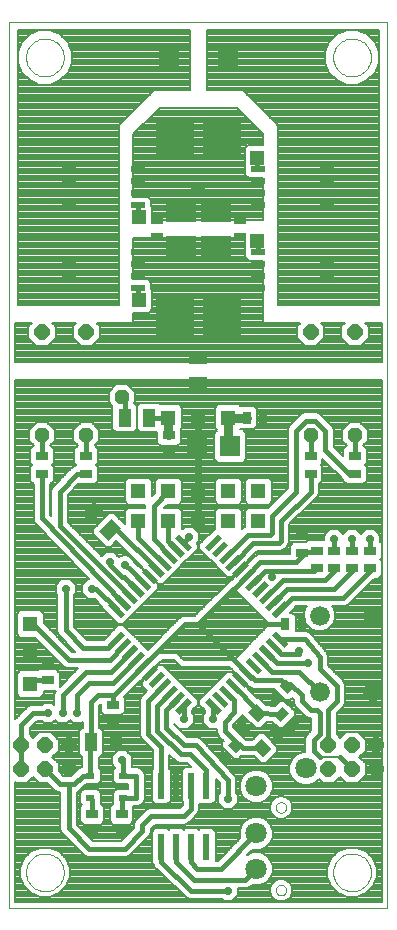
<source format=gbl>
G75*
G70*
%OFA0B0*%
%FSLAX24Y24*%
%IPPOS*%
%LPD*%
%AMOC8*
5,1,8,0,0,1.08239X$1,22.5*
%
%ADD10C,0.0000*%
%ADD11R,0.0472X0.0197*%
%ADD12R,0.0394X0.0315*%
%ADD13R,0.0515X0.0515*%
%ADD14R,0.0315X0.0197*%
%ADD15R,0.0591X0.0197*%
%ADD16R,0.0197X0.0591*%
%ADD17C,0.0709*%
%ADD18C,0.0660*%
%ADD19R,0.0236X0.0866*%
%ADD20OC8,0.0515*%
%ADD21R,0.0315X0.0394*%
%ADD22R,0.0433X0.0591*%
%ADD23R,0.1024X0.0787*%
%ADD24R,0.0591X0.0433*%
%ADD25R,0.0472X0.0394*%
%ADD26R,0.0669X0.0709*%
%ADD27C,0.0079*%
%ADD28R,0.1266X0.1266*%
%ADD29OC8,0.0472*%
%ADD30R,0.0650X0.0650*%
%ADD31C,0.0160*%
%ADD32R,0.0472X0.0472*%
%ADD33C,0.0236*%
%ADD34C,0.0157*%
%ADD35OC8,0.0277*%
%ADD36C,0.0315*%
%ADD37C,0.0277*%
D10*
X000139Y000927D02*
X000139Y030454D01*
X012738Y030454D01*
X012738Y000927D01*
X000139Y000927D01*
X000690Y002108D02*
X000692Y002158D01*
X000698Y002208D01*
X000708Y002257D01*
X000722Y002305D01*
X000739Y002352D01*
X000760Y002397D01*
X000785Y002441D01*
X000813Y002482D01*
X000845Y002521D01*
X000879Y002558D01*
X000916Y002592D01*
X000956Y002622D01*
X000998Y002649D01*
X001042Y002673D01*
X001088Y002694D01*
X001135Y002710D01*
X001183Y002723D01*
X001233Y002732D01*
X001282Y002737D01*
X001333Y002738D01*
X001383Y002735D01*
X001432Y002728D01*
X001481Y002717D01*
X001529Y002702D01*
X001575Y002684D01*
X001620Y002662D01*
X001663Y002636D01*
X001704Y002607D01*
X001743Y002575D01*
X001779Y002540D01*
X001811Y002502D01*
X001841Y002462D01*
X001868Y002419D01*
X001891Y002375D01*
X001910Y002329D01*
X001926Y002281D01*
X001938Y002232D01*
X001946Y002183D01*
X001950Y002133D01*
X001950Y002083D01*
X001946Y002033D01*
X001938Y001984D01*
X001926Y001935D01*
X001910Y001887D01*
X001891Y001841D01*
X001868Y001797D01*
X001841Y001754D01*
X001811Y001714D01*
X001779Y001676D01*
X001743Y001641D01*
X001704Y001609D01*
X001663Y001580D01*
X001620Y001554D01*
X001575Y001532D01*
X001529Y001514D01*
X001481Y001499D01*
X001432Y001488D01*
X001383Y001481D01*
X001333Y001478D01*
X001282Y001479D01*
X001233Y001484D01*
X001183Y001493D01*
X001135Y001506D01*
X001088Y001522D01*
X001042Y001543D01*
X000998Y001567D01*
X000956Y001594D01*
X000916Y001624D01*
X000879Y001658D01*
X000845Y001695D01*
X000813Y001734D01*
X000785Y001775D01*
X000760Y001819D01*
X000739Y001864D01*
X000722Y001911D01*
X000708Y001959D01*
X000698Y002008D01*
X000692Y002058D01*
X000690Y002108D01*
X009017Y001517D02*
X009019Y001543D01*
X009025Y001569D01*
X009035Y001594D01*
X009048Y001617D01*
X009064Y001637D01*
X009084Y001655D01*
X009106Y001670D01*
X009129Y001682D01*
X009155Y001690D01*
X009181Y001694D01*
X009207Y001694D01*
X009233Y001690D01*
X009259Y001682D01*
X009283Y001670D01*
X009304Y001655D01*
X009324Y001637D01*
X009340Y001617D01*
X009353Y001594D01*
X009363Y001569D01*
X009369Y001543D01*
X009371Y001517D01*
X009369Y001491D01*
X009363Y001465D01*
X009353Y001440D01*
X009340Y001417D01*
X009324Y001397D01*
X009304Y001379D01*
X009282Y001364D01*
X009259Y001352D01*
X009233Y001344D01*
X009207Y001340D01*
X009181Y001340D01*
X009155Y001344D01*
X009129Y001352D01*
X009105Y001364D01*
X009084Y001379D01*
X009064Y001397D01*
X009048Y001417D01*
X009035Y001440D01*
X009025Y001465D01*
X009019Y001491D01*
X009017Y001517D01*
X009017Y004273D02*
X009019Y004299D01*
X009025Y004325D01*
X009035Y004350D01*
X009048Y004373D01*
X009064Y004393D01*
X009084Y004411D01*
X009106Y004426D01*
X009129Y004438D01*
X009155Y004446D01*
X009181Y004450D01*
X009207Y004450D01*
X009233Y004446D01*
X009259Y004438D01*
X009283Y004426D01*
X009304Y004411D01*
X009324Y004393D01*
X009340Y004373D01*
X009353Y004350D01*
X009363Y004325D01*
X009369Y004299D01*
X009371Y004273D01*
X009369Y004247D01*
X009363Y004221D01*
X009353Y004196D01*
X009340Y004173D01*
X009324Y004153D01*
X009304Y004135D01*
X009282Y004120D01*
X009259Y004108D01*
X009233Y004100D01*
X009207Y004096D01*
X009181Y004096D01*
X009155Y004100D01*
X009129Y004108D01*
X009105Y004120D01*
X009084Y004135D01*
X009064Y004153D01*
X009048Y004173D01*
X009035Y004196D01*
X009025Y004221D01*
X009019Y004247D01*
X009017Y004273D01*
X010927Y002108D02*
X010929Y002158D01*
X010935Y002208D01*
X010945Y002257D01*
X010959Y002305D01*
X010976Y002352D01*
X010997Y002397D01*
X011022Y002441D01*
X011050Y002482D01*
X011082Y002521D01*
X011116Y002558D01*
X011153Y002592D01*
X011193Y002622D01*
X011235Y002649D01*
X011279Y002673D01*
X011325Y002694D01*
X011372Y002710D01*
X011420Y002723D01*
X011470Y002732D01*
X011519Y002737D01*
X011570Y002738D01*
X011620Y002735D01*
X011669Y002728D01*
X011718Y002717D01*
X011766Y002702D01*
X011812Y002684D01*
X011857Y002662D01*
X011900Y002636D01*
X011941Y002607D01*
X011980Y002575D01*
X012016Y002540D01*
X012048Y002502D01*
X012078Y002462D01*
X012105Y002419D01*
X012128Y002375D01*
X012147Y002329D01*
X012163Y002281D01*
X012175Y002232D01*
X012183Y002183D01*
X012187Y002133D01*
X012187Y002083D01*
X012183Y002033D01*
X012175Y001984D01*
X012163Y001935D01*
X012147Y001887D01*
X012128Y001841D01*
X012105Y001797D01*
X012078Y001754D01*
X012048Y001714D01*
X012016Y001676D01*
X011980Y001641D01*
X011941Y001609D01*
X011900Y001580D01*
X011857Y001554D01*
X011812Y001532D01*
X011766Y001514D01*
X011718Y001499D01*
X011669Y001488D01*
X011620Y001481D01*
X011570Y001478D01*
X011519Y001479D01*
X011470Y001484D01*
X011420Y001493D01*
X011372Y001506D01*
X011325Y001522D01*
X011279Y001543D01*
X011235Y001567D01*
X011193Y001594D01*
X011153Y001624D01*
X011116Y001658D01*
X011082Y001695D01*
X011050Y001734D01*
X011022Y001775D01*
X010997Y001819D01*
X010976Y001864D01*
X010959Y001911D01*
X010945Y001959D01*
X010935Y002008D01*
X010929Y002058D01*
X010927Y002108D01*
X010927Y029273D02*
X010929Y029323D01*
X010935Y029373D01*
X010945Y029422D01*
X010959Y029470D01*
X010976Y029517D01*
X010997Y029562D01*
X011022Y029606D01*
X011050Y029647D01*
X011082Y029686D01*
X011116Y029723D01*
X011153Y029757D01*
X011193Y029787D01*
X011235Y029814D01*
X011279Y029838D01*
X011325Y029859D01*
X011372Y029875D01*
X011420Y029888D01*
X011470Y029897D01*
X011519Y029902D01*
X011570Y029903D01*
X011620Y029900D01*
X011669Y029893D01*
X011718Y029882D01*
X011766Y029867D01*
X011812Y029849D01*
X011857Y029827D01*
X011900Y029801D01*
X011941Y029772D01*
X011980Y029740D01*
X012016Y029705D01*
X012048Y029667D01*
X012078Y029627D01*
X012105Y029584D01*
X012128Y029540D01*
X012147Y029494D01*
X012163Y029446D01*
X012175Y029397D01*
X012183Y029348D01*
X012187Y029298D01*
X012187Y029248D01*
X012183Y029198D01*
X012175Y029149D01*
X012163Y029100D01*
X012147Y029052D01*
X012128Y029006D01*
X012105Y028962D01*
X012078Y028919D01*
X012048Y028879D01*
X012016Y028841D01*
X011980Y028806D01*
X011941Y028774D01*
X011900Y028745D01*
X011857Y028719D01*
X011812Y028697D01*
X011766Y028679D01*
X011718Y028664D01*
X011669Y028653D01*
X011620Y028646D01*
X011570Y028643D01*
X011519Y028644D01*
X011470Y028649D01*
X011420Y028658D01*
X011372Y028671D01*
X011325Y028687D01*
X011279Y028708D01*
X011235Y028732D01*
X011193Y028759D01*
X011153Y028789D01*
X011116Y028823D01*
X011082Y028860D01*
X011050Y028899D01*
X011022Y028940D01*
X010997Y028984D01*
X010976Y029029D01*
X010959Y029076D01*
X010945Y029124D01*
X010935Y029173D01*
X010929Y029223D01*
X010927Y029273D01*
X000690Y029273D02*
X000692Y029323D01*
X000698Y029373D01*
X000708Y029422D01*
X000722Y029470D01*
X000739Y029517D01*
X000760Y029562D01*
X000785Y029606D01*
X000813Y029647D01*
X000845Y029686D01*
X000879Y029723D01*
X000916Y029757D01*
X000956Y029787D01*
X000998Y029814D01*
X001042Y029838D01*
X001088Y029859D01*
X001135Y029875D01*
X001183Y029888D01*
X001233Y029897D01*
X001282Y029902D01*
X001333Y029903D01*
X001383Y029900D01*
X001432Y029893D01*
X001481Y029882D01*
X001529Y029867D01*
X001575Y029849D01*
X001620Y029827D01*
X001663Y029801D01*
X001704Y029772D01*
X001743Y029740D01*
X001779Y029705D01*
X001811Y029667D01*
X001841Y029627D01*
X001868Y029584D01*
X001891Y029540D01*
X001910Y029494D01*
X001926Y029446D01*
X001938Y029397D01*
X001946Y029348D01*
X001950Y029298D01*
X001950Y029248D01*
X001946Y029198D01*
X001938Y029149D01*
X001926Y029100D01*
X001910Y029052D01*
X001891Y029006D01*
X001868Y028962D01*
X001841Y028919D01*
X001811Y028879D01*
X001779Y028841D01*
X001743Y028806D01*
X001704Y028774D01*
X001663Y028745D01*
X001620Y028719D01*
X001575Y028697D01*
X001529Y028679D01*
X001481Y028664D01*
X001432Y028653D01*
X001383Y028646D01*
X001333Y028643D01*
X001282Y028644D01*
X001233Y028649D01*
X001183Y028658D01*
X001135Y028671D01*
X001088Y028687D01*
X001042Y028708D01*
X000998Y028732D01*
X000956Y028759D01*
X000916Y028789D01*
X000879Y028823D01*
X000845Y028860D01*
X000813Y028899D01*
X000785Y028940D01*
X000760Y028984D01*
X000739Y029029D01*
X000722Y029076D01*
X000708Y029124D01*
X000698Y029173D01*
X000692Y029223D01*
X000690Y029273D01*
D11*
X002139Y025543D03*
X002139Y025143D03*
X002139Y024743D03*
X002139Y024343D03*
X002139Y022787D03*
X002139Y022387D03*
X002139Y021987D03*
X002139Y021587D03*
X004439Y021587D03*
X004439Y021987D03*
X004439Y022387D03*
X004439Y022787D03*
X004439Y024343D03*
X004439Y024743D03*
X004439Y025143D03*
X004439Y025543D03*
X008438Y025543D03*
X008438Y025143D03*
X008438Y024743D03*
X008438Y024343D03*
X008438Y022787D03*
X008438Y022387D03*
X008438Y021987D03*
X008438Y021587D03*
X010738Y021587D03*
X010738Y021987D03*
X010738Y022387D03*
X010738Y022787D03*
X010738Y024343D03*
X010738Y024743D03*
X010738Y025143D03*
X010738Y025543D03*
D12*
X007817Y023840D03*
X007817Y023289D03*
X005061Y023289D03*
X005061Y023840D03*
X005454Y016675D03*
X005454Y016124D03*
X002698Y015986D03*
X002698Y015395D03*
X001222Y015395D03*
X001222Y015986D03*
X001419Y009076D03*
X001419Y008525D03*
X002895Y004057D03*
X002895Y003506D03*
X003880Y003506D03*
X003880Y004057D03*
X003584Y007147D03*
X003584Y007698D03*
X009883Y012757D03*
X009883Y013309D03*
X010376Y012836D03*
X010376Y012246D03*
X010966Y012246D03*
X010966Y012836D03*
X011557Y012836D03*
X011557Y012246D03*
X012147Y012246D03*
X012147Y012836D03*
X011655Y015395D03*
X011655Y015986D03*
X010179Y015986D03*
X010179Y015395D03*
D13*
X008439Y014813D03*
X008439Y013813D03*
X007439Y013813D03*
X007439Y014813D03*
X006439Y014813D03*
X006439Y013813D03*
X005439Y013813D03*
X005439Y014813D03*
X004439Y014813D03*
X004439Y013813D03*
X005439Y017265D03*
X006439Y017265D03*
X007439Y017265D03*
X000828Y010391D03*
X000828Y009391D03*
X000828Y008391D03*
D14*
X002836Y005336D03*
X002836Y004588D03*
X003939Y004588D03*
X003939Y004962D03*
X003939Y005336D03*
D15*
G36*
X003849Y010600D02*
X003433Y011016D01*
X003571Y011154D01*
X003987Y010738D01*
X003849Y010600D01*
G37*
G36*
X004072Y010822D02*
X003656Y011238D01*
X003794Y011376D01*
X004210Y010960D01*
X004072Y010822D01*
G37*
G36*
X004295Y011045D02*
X003879Y011461D01*
X004017Y011599D01*
X004433Y011183D01*
X004295Y011045D01*
G37*
G36*
X004518Y011268D02*
X004102Y011684D01*
X004240Y011822D01*
X004656Y011406D01*
X004518Y011268D01*
G37*
G36*
X004740Y011491D02*
X004324Y011907D01*
X004462Y012045D01*
X004878Y011629D01*
X004740Y011491D01*
G37*
G36*
X004963Y011713D02*
X004547Y012129D01*
X004685Y012267D01*
X005101Y011851D01*
X004963Y011713D01*
G37*
G36*
X005186Y011936D02*
X004770Y012352D01*
X004908Y012490D01*
X005324Y012074D01*
X005186Y011936D01*
G37*
G36*
X005408Y012159D02*
X004992Y012575D01*
X005130Y012713D01*
X005546Y012297D01*
X005408Y012159D01*
G37*
G36*
X005631Y012381D02*
X005215Y012797D01*
X005353Y012935D01*
X005769Y012519D01*
X005631Y012381D01*
G37*
G36*
X005854Y012604D02*
X005438Y013020D01*
X005576Y013158D01*
X005992Y012742D01*
X005854Y012604D01*
G37*
G36*
X006076Y012827D02*
X005660Y013243D01*
X005798Y013381D01*
X006214Y012965D01*
X006076Y012827D01*
G37*
G36*
X007970Y008261D02*
X007554Y008677D01*
X007692Y008815D01*
X008108Y008399D01*
X007970Y008261D01*
G37*
G36*
X008192Y008484D02*
X007776Y008900D01*
X007914Y009038D01*
X008330Y008622D01*
X008192Y008484D01*
G37*
G36*
X008415Y008707D02*
X007999Y009123D01*
X008137Y009261D01*
X008553Y008845D01*
X008415Y008707D01*
G37*
G36*
X008638Y008929D02*
X008222Y009345D01*
X008360Y009483D01*
X008776Y009067D01*
X008638Y008929D01*
G37*
G36*
X008860Y009152D02*
X008444Y009568D01*
X008582Y009706D01*
X008998Y009290D01*
X008860Y009152D01*
G37*
G36*
X009083Y009375D02*
X008667Y009791D01*
X008805Y009929D01*
X009221Y009513D01*
X009083Y009375D01*
G37*
G36*
X009306Y009597D02*
X008890Y010013D01*
X009028Y010151D01*
X009444Y009735D01*
X009306Y009597D01*
G37*
G36*
X007747Y008039D02*
X007331Y008455D01*
X007469Y008593D01*
X007885Y008177D01*
X007747Y008039D01*
G37*
G36*
X007524Y007816D02*
X007108Y008232D01*
X007246Y008370D01*
X007662Y007954D01*
X007524Y007816D01*
G37*
G36*
X007301Y007593D02*
X006885Y008009D01*
X007023Y008147D01*
X007439Y007731D01*
X007301Y007593D01*
G37*
G36*
X007079Y007370D02*
X006663Y007786D01*
X006801Y007924D01*
X007217Y007508D01*
X007079Y007370D01*
G37*
D16*
G36*
X005798Y007370D02*
X005660Y007508D01*
X006076Y007924D01*
X006214Y007786D01*
X005798Y007370D01*
G37*
G36*
X005576Y007593D02*
X005438Y007731D01*
X005854Y008147D01*
X005992Y008009D01*
X005576Y007593D01*
G37*
G36*
X005353Y007816D02*
X005215Y007954D01*
X005631Y008370D01*
X005769Y008232D01*
X005353Y007816D01*
G37*
G36*
X005130Y008039D02*
X004992Y008177D01*
X005408Y008593D01*
X005546Y008455D01*
X005130Y008039D01*
G37*
G36*
X004908Y008261D02*
X004770Y008399D01*
X005186Y008815D01*
X005324Y008677D01*
X004908Y008261D01*
G37*
G36*
X004685Y008484D02*
X004547Y008622D01*
X004963Y009038D01*
X005101Y008900D01*
X004685Y008484D01*
G37*
G36*
X004462Y008707D02*
X004324Y008845D01*
X004740Y009261D01*
X004878Y009123D01*
X004462Y008707D01*
G37*
G36*
X004240Y008929D02*
X004102Y009067D01*
X004518Y009483D01*
X004656Y009345D01*
X004240Y008929D01*
G37*
G36*
X004017Y009152D02*
X003879Y009290D01*
X004295Y009706D01*
X004433Y009568D01*
X004017Y009152D01*
G37*
G36*
X003794Y009375D02*
X003656Y009513D01*
X004072Y009929D01*
X004210Y009791D01*
X003794Y009375D01*
G37*
G36*
X003571Y009597D02*
X003433Y009735D01*
X003849Y010151D01*
X003987Y010013D01*
X003571Y009597D01*
G37*
G36*
X006801Y012827D02*
X006663Y012965D01*
X007079Y013381D01*
X007217Y013243D01*
X006801Y012827D01*
G37*
G36*
X007023Y012604D02*
X006885Y012742D01*
X007301Y013158D01*
X007439Y013020D01*
X007023Y012604D01*
G37*
G36*
X007246Y012381D02*
X007108Y012519D01*
X007524Y012935D01*
X007662Y012797D01*
X007246Y012381D01*
G37*
G36*
X007469Y012159D02*
X007331Y012297D01*
X007747Y012713D01*
X007885Y012575D01*
X007469Y012159D01*
G37*
G36*
X007692Y011936D02*
X007554Y012074D01*
X007970Y012490D01*
X008108Y012352D01*
X007692Y011936D01*
G37*
G36*
X007914Y011713D02*
X007776Y011851D01*
X008192Y012267D01*
X008330Y012129D01*
X007914Y011713D01*
G37*
G36*
X008137Y011491D02*
X007999Y011629D01*
X008415Y012045D01*
X008553Y011907D01*
X008137Y011491D01*
G37*
G36*
X008360Y011268D02*
X008222Y011406D01*
X008638Y011822D01*
X008776Y011684D01*
X008360Y011268D01*
G37*
G36*
X008582Y011045D02*
X008444Y011183D01*
X008860Y011599D01*
X008998Y011461D01*
X008582Y011045D01*
G37*
G36*
X008805Y010822D02*
X008667Y010960D01*
X009083Y011376D01*
X009221Y011238D01*
X008805Y010822D01*
G37*
G36*
X009028Y010600D02*
X008890Y010738D01*
X009306Y011154D01*
X009444Y011016D01*
X009028Y010600D01*
G37*
D17*
X010021Y005572D03*
X008368Y004982D03*
X008368Y003407D03*
X008368Y002226D03*
D18*
X010474Y008112D03*
X010474Y010671D03*
X012246Y010671D03*
X012246Y008112D03*
D19*
X006696Y005002D03*
X006196Y005002D03*
X005696Y005002D03*
X005196Y005002D03*
X005196Y002954D03*
X005696Y002954D03*
X006196Y002954D03*
X006696Y002954D03*
D20*
X010769Y005553D03*
X010769Y006340D03*
X011557Y006340D03*
X011557Y005553D03*
X012344Y005553D03*
X012344Y006340D03*
X011655Y020120D03*
X010179Y020120D03*
X002698Y020120D03*
X001222Y020120D03*
X001320Y006340D03*
X001320Y005553D03*
X000533Y005553D03*
X000533Y006340D03*
X002108Y006340D03*
X002108Y005553D03*
D21*
G36*
X007037Y005976D02*
X007259Y006198D01*
X007537Y005920D01*
X007315Y005698D01*
X007037Y005976D01*
G37*
G36*
X007427Y006366D02*
X007649Y006588D01*
X007927Y006310D01*
X007705Y006088D01*
X007427Y006366D01*
G37*
G36*
X009250Y007889D02*
X009028Y007667D01*
X008750Y007945D01*
X008972Y008167D01*
X009250Y007889D01*
G37*
G36*
X009168Y007131D02*
X008946Y007353D01*
X009224Y007631D01*
X009446Y007409D01*
X009168Y007131D01*
G37*
G36*
X009558Y006742D02*
X009336Y006964D01*
X009614Y007242D01*
X009836Y007020D01*
X009558Y006742D01*
G37*
G36*
X009639Y008279D02*
X009417Y008057D01*
X009139Y008335D01*
X009361Y008557D01*
X009639Y008279D01*
G37*
X009883Y010376D03*
X009332Y010376D03*
X008604Y017265D03*
X008053Y017265D03*
D22*
X004805Y017265D03*
X003978Y017265D03*
G36*
X002953Y014474D02*
X003259Y014168D01*
X002843Y013752D01*
X002537Y014058D01*
X002953Y014474D01*
G37*
G36*
X003538Y013889D02*
X003844Y013583D01*
X003428Y013167D01*
X003122Y013473D01*
X003538Y013889D01*
G37*
X003683Y006439D03*
X002856Y006439D03*
D23*
X005848Y022935D03*
X005848Y024194D03*
X007029Y024194D03*
X007029Y022935D03*
D24*
X006439Y019254D03*
X006439Y018427D03*
D25*
G36*
X008429Y007111D02*
X008096Y007444D01*
X008375Y007723D01*
X008708Y007390D01*
X008429Y007111D01*
G37*
G36*
X008596Y005942D02*
X008263Y006275D01*
X008542Y006554D01*
X008875Y006221D01*
X008596Y005942D01*
G37*
G36*
X009097Y006443D02*
X008764Y006776D01*
X009043Y007055D01*
X009376Y006722D01*
X009097Y006443D01*
G37*
G36*
X007928Y006610D02*
X007595Y006943D01*
X007874Y007222D01*
X008207Y006889D01*
X007928Y006610D01*
G37*
D26*
X007502Y016320D03*
X006399Y016320D03*
D27*
X005848Y016436D02*
X005848Y016881D01*
X005893Y016926D01*
X005893Y017604D01*
X005778Y017720D01*
X005141Y017720D01*
X005103Y017757D01*
X004507Y017757D01*
X004391Y017642D01*
X004286Y017748D01*
X004313Y017775D01*
X004313Y018134D01*
X004059Y018387D01*
X003700Y018387D01*
X003446Y018134D01*
X003446Y017775D01*
X003572Y017650D01*
X003565Y017642D01*
X003565Y016889D01*
X003680Y016773D01*
X004276Y016773D01*
X004391Y016889D01*
X004391Y017642D01*
X004391Y016889D01*
X004507Y016773D01*
X005061Y016773D01*
X005061Y016436D01*
X005176Y016320D01*
X005733Y016320D01*
X005848Y016436D01*
X005848Y016452D02*
X006970Y016452D01*
X006970Y016375D02*
X005787Y016375D01*
X005848Y016529D02*
X006970Y016529D01*
X006970Y016607D02*
X005848Y016607D01*
X005848Y016684D02*
X006970Y016684D01*
X006970Y016756D02*
X006970Y015885D01*
X007085Y015769D01*
X007918Y015769D01*
X008033Y015885D01*
X008033Y016756D01*
X007918Y016872D01*
X007838Y016872D01*
X008292Y016872D01*
X008407Y016987D01*
X008407Y017544D01*
X008292Y017659D01*
X007838Y017659D01*
X007778Y017720D01*
X007100Y017720D01*
X006984Y017604D01*
X006984Y016926D01*
X007062Y016848D01*
X006970Y016756D01*
X006975Y016761D02*
X005848Y016761D01*
X005848Y016838D02*
X007052Y016838D01*
X006995Y016916D02*
X005882Y016916D01*
X005893Y016993D02*
X006984Y016993D01*
X006984Y017070D02*
X005893Y017070D01*
X005893Y017147D02*
X006984Y017147D01*
X006984Y017224D02*
X005893Y017224D01*
X005893Y017302D02*
X006984Y017302D01*
X006984Y017379D02*
X005893Y017379D01*
X005893Y017456D02*
X006984Y017456D01*
X006984Y017533D02*
X005893Y017533D01*
X005887Y017611D02*
X006991Y017611D01*
X007068Y017688D02*
X005809Y017688D01*
X005061Y016761D02*
X003131Y016761D01*
X003131Y016684D02*
X005061Y016684D01*
X005061Y016607D02*
X003131Y016607D01*
X003131Y016529D02*
X005061Y016529D01*
X005061Y016452D02*
X003088Y016452D01*
X003131Y016495D02*
X002976Y016340D01*
X002977Y016340D01*
X003092Y016225D01*
X003092Y015747D01*
X003036Y015691D01*
X003092Y015634D01*
X003092Y015156D01*
X002977Y015041D01*
X002439Y015041D01*
X002088Y014691D01*
X002088Y013779D01*
X003218Y012649D01*
X003347Y012778D01*
X003625Y012778D01*
X003781Y012622D01*
X003788Y012629D01*
X003911Y012680D01*
X004045Y012680D01*
X004168Y012629D01*
X004262Y012534D01*
X004299Y012446D01*
X004313Y012435D01*
X004331Y012428D01*
X004357Y012402D01*
X004386Y012380D01*
X004395Y012363D01*
X004516Y012243D01*
X004544Y012243D01*
X005076Y011710D01*
X005076Y011547D01*
X004822Y011292D01*
X004599Y011070D01*
X004599Y011070D01*
X004408Y010879D01*
X004408Y010879D01*
X004154Y010624D01*
X003931Y010401D01*
X003768Y010401D01*
X003235Y010934D01*
X003235Y010962D01*
X002976Y011221D01*
X002756Y011221D01*
X002560Y011418D01*
X002560Y011696D01*
X002756Y011892D01*
X002785Y011892D01*
X001025Y013716D01*
X000988Y013753D01*
X000987Y013755D01*
X000986Y013757D01*
X000966Y013806D01*
X000946Y013854D01*
X000946Y013857D01*
X000946Y013859D01*
X000946Y013911D01*
X000946Y015041D01*
X000944Y015041D01*
X000828Y015156D01*
X000828Y015634D01*
X000885Y015691D01*
X000828Y015747D01*
X000828Y016225D01*
X000944Y016340D01*
X000944Y016340D01*
X000789Y016495D01*
X000789Y016854D01*
X001043Y017108D01*
X001401Y017108D01*
X001655Y016854D01*
X001655Y016495D01*
X001500Y016340D01*
X001500Y016340D01*
X001616Y016225D01*
X001616Y015747D01*
X001559Y015691D01*
X001616Y015634D01*
X001616Y015156D01*
X001500Y015041D01*
X001498Y015041D01*
X001498Y014020D01*
X001537Y013979D01*
X001537Y014860D01*
X001579Y014961D01*
X002170Y015551D01*
X002247Y015629D01*
X002336Y015666D01*
X002361Y015691D01*
X002305Y015747D01*
X002305Y016225D01*
X002420Y016340D01*
X002421Y016340D01*
X002265Y016495D01*
X002265Y016854D01*
X002519Y017108D01*
X002878Y017108D01*
X003131Y016854D01*
X003131Y016495D01*
X003011Y016375D02*
X005122Y016375D01*
X005100Y015267D02*
X004984Y015152D01*
X004984Y014744D01*
X004893Y014653D01*
X004893Y015152D01*
X004778Y015267D01*
X004100Y015267D01*
X003984Y015152D01*
X003984Y014474D01*
X004100Y014358D01*
X004667Y014358D01*
X004667Y014267D01*
X004100Y014267D01*
X003984Y014152D01*
X003984Y013723D01*
X003620Y014087D01*
X003457Y014087D01*
X002924Y013554D01*
X002924Y013391D01*
X003346Y012969D01*
X003509Y012969D01*
X003705Y013165D01*
X004571Y012298D01*
X004571Y012271D01*
X005104Y011738D01*
X005267Y011738D01*
X005490Y011960D01*
X005745Y012215D01*
X005936Y012406D01*
X006190Y012660D01*
X006190Y012660D01*
X006413Y012883D01*
X006413Y013046D01*
X006384Y013075D01*
X006459Y013150D01*
X006459Y013428D01*
X006263Y013625D01*
X005985Y013625D01*
X005909Y013549D01*
X005893Y013566D01*
X005893Y014152D01*
X005778Y014267D01*
X005287Y014267D01*
X005378Y014358D01*
X005778Y014358D01*
X005893Y014474D01*
X005893Y015152D01*
X005778Y015267D01*
X005100Y015267D01*
X005049Y015216D02*
X004828Y015216D01*
X004893Y015139D02*
X004984Y015139D01*
X004984Y015062D02*
X004893Y015062D01*
X004893Y014985D02*
X004984Y014985D01*
X004984Y014907D02*
X004893Y014907D01*
X004893Y014830D02*
X004984Y014830D01*
X004984Y014753D02*
X004893Y014753D01*
X004893Y014676D02*
X004916Y014676D01*
X004667Y014289D02*
X002088Y014289D01*
X002088Y014212D02*
X004045Y014212D01*
X003984Y014135D02*
X002088Y014135D01*
X002088Y014058D02*
X003428Y014058D01*
X003350Y013980D02*
X002088Y013980D01*
X002088Y013903D02*
X003273Y013903D01*
X003196Y013826D02*
X002088Y013826D01*
X002119Y013749D02*
X003119Y013749D01*
X003042Y013671D02*
X002196Y013671D01*
X002273Y013594D02*
X002964Y013594D01*
X002924Y013517D02*
X002351Y013517D01*
X002428Y013440D02*
X002924Y013440D01*
X002953Y013362D02*
X002505Y013362D01*
X002582Y013285D02*
X003030Y013285D01*
X003107Y013208D02*
X002660Y013208D01*
X002737Y013131D02*
X003184Y013131D01*
X003262Y013054D02*
X002814Y013054D01*
X002891Y012976D02*
X003339Y012976D01*
X003313Y012745D02*
X003123Y012745D01*
X003046Y012822D02*
X004048Y012822D01*
X003971Y012899D02*
X002969Y012899D01*
X003200Y012667D02*
X003236Y012667D01*
X003516Y012976D02*
X003894Y012976D01*
X003816Y013054D02*
X003593Y013054D01*
X003670Y013131D02*
X003739Y013131D01*
X003658Y012745D02*
X004125Y012745D01*
X004075Y012667D02*
X004203Y012667D01*
X004207Y012590D02*
X004280Y012590D01*
X004271Y012513D02*
X004357Y012513D01*
X004312Y012436D02*
X004434Y012436D01*
X004400Y012358D02*
X004511Y012358D01*
X004477Y012281D02*
X004571Y012281D01*
X004582Y012204D02*
X004638Y012204D01*
X004660Y012127D02*
X004715Y012127D01*
X004737Y012049D02*
X004793Y012049D01*
X004814Y011972D02*
X004870Y011972D01*
X004891Y011895D02*
X004947Y011895D01*
X004969Y011818D02*
X005024Y011818D01*
X005046Y011740D02*
X005102Y011740D01*
X005076Y011663D02*
X007313Y011663D01*
X007236Y011586D02*
X005076Y011586D01*
X005038Y011509D02*
X007159Y011509D01*
X007082Y011431D02*
X004961Y011431D01*
X004884Y011354D02*
X007004Y011354D01*
X006927Y011277D02*
X004807Y011277D01*
X004729Y011200D02*
X006850Y011200D01*
X006773Y011123D02*
X004652Y011123D01*
X004575Y011045D02*
X006695Y011045D01*
X006618Y010968D02*
X004498Y010968D01*
X004420Y010891D02*
X006541Y010891D01*
X006464Y010814D02*
X004343Y010814D01*
X004266Y010736D02*
X006386Y010736D01*
X006309Y010659D02*
X004189Y010659D01*
X004111Y010582D02*
X005810Y010582D01*
X005837Y010609D02*
X004754Y009527D01*
X004599Y009682D01*
X004408Y009873D01*
X004186Y010095D01*
X003931Y010350D01*
X003768Y010350D01*
X003282Y009864D01*
X002714Y009864D01*
X002285Y010293D01*
X002285Y011358D01*
X002345Y011418D01*
X002345Y011696D01*
X002148Y011892D01*
X001870Y011892D01*
X001674Y011696D01*
X001674Y011418D01*
X001734Y011358D01*
X001734Y010124D01*
X001776Y010023D01*
X001853Y009945D01*
X002328Y009470D01*
X002222Y009470D01*
X001283Y010409D01*
X001283Y010730D01*
X001167Y010846D01*
X000489Y010846D01*
X000374Y010730D01*
X000374Y010052D01*
X000489Y009937D01*
X000976Y009937D01*
X001952Y008961D01*
X002053Y008919D01*
X002427Y008919D01*
X001813Y008305D01*
X001813Y008764D01*
X001697Y008880D01*
X001141Y008880D01*
X001107Y008846D01*
X000489Y008846D01*
X000374Y008730D01*
X000374Y008052D01*
X000489Y007937D01*
X001167Y007937D01*
X001283Y008052D01*
X001283Y008171D01*
X001679Y008171D01*
X001677Y008169D01*
X001635Y008068D01*
X001635Y007681D01*
X001558Y007758D01*
X001280Y007758D01*
X001220Y007698D01*
X000872Y007698D01*
X000771Y007656D01*
X000693Y007579D01*
X000336Y007222D01*
X000336Y018525D01*
X012541Y018525D01*
X012541Y001124D01*
X000336Y001124D01*
X000336Y005107D01*
X000345Y005098D01*
X000721Y005098D01*
X000927Y005304D01*
X001132Y005098D01*
X001385Y005098D01*
X001656Y004827D01*
X001758Y004785D01*
X001832Y004785D01*
X001832Y003529D01*
X001874Y003428D01*
X001952Y003351D01*
X002641Y002662D01*
X002742Y002620D01*
X004033Y002620D01*
X004134Y002662D01*
X004212Y002739D01*
X004802Y003330D01*
X004844Y003431D01*
X004844Y003569D01*
X004978Y003702D01*
X006001Y003702D01*
X006103Y003744D01*
X006180Y003822D01*
X006430Y004072D01*
X006472Y004173D01*
X006472Y004396D01*
X006497Y004372D01*
X006896Y004372D01*
X007011Y004487D01*
X007011Y005220D01*
X007147Y005072D01*
X007147Y004748D01*
X007087Y004688D01*
X007087Y004410D01*
X007284Y004213D01*
X007562Y004213D01*
X007758Y004410D01*
X007758Y004688D01*
X007698Y004748D01*
X007698Y005173D01*
X007701Y005221D01*
X007698Y005227D01*
X007698Y005234D01*
X007680Y005279D01*
X007663Y005324D01*
X007659Y005329D01*
X007656Y005335D01*
X007622Y005369D01*
X006596Y006490D01*
X006593Y006496D01*
X006559Y006531D01*
X006526Y006567D01*
X006520Y006569D01*
X006516Y006574D01*
X006471Y006592D01*
X006427Y006613D01*
X006420Y006613D01*
X006415Y006616D01*
X006366Y006616D01*
X006317Y006618D01*
X006311Y006616D01*
X006061Y006616D01*
X005631Y007045D01*
X005631Y007066D01*
X005807Y006890D01*
X006085Y006890D01*
X006282Y007087D01*
X006282Y007365D01*
X006222Y007425D01*
X006222Y007514D01*
X006413Y007705D01*
X006413Y007868D01*
X006190Y008091D01*
X005936Y008345D01*
X005936Y008345D01*
X005745Y008536D01*
X005522Y008759D01*
X005267Y009013D01*
X005104Y009013D01*
X004571Y008481D01*
X004571Y008317D01*
X004726Y008162D01*
X004532Y007968D01*
X004490Y007866D01*
X004490Y006679D01*
X004532Y006578D01*
X004609Y006500D01*
X004921Y006189D01*
X004921Y005556D01*
X004881Y005516D01*
X004881Y004487D01*
X004997Y004372D01*
X005396Y004372D01*
X005511Y004487D01*
X005511Y005516D01*
X005472Y005556D01*
X005472Y006031D01*
X005692Y005811D01*
X005793Y005769D01*
X006049Y005769D01*
X006187Y005631D01*
X005997Y005631D01*
X005881Y005516D01*
X005881Y004487D01*
X005921Y004448D01*
X005921Y004342D01*
X005832Y004254D01*
X004809Y004254D01*
X004708Y004212D01*
X004412Y003916D01*
X004335Y003839D01*
X004293Y003737D01*
X004293Y003600D01*
X003864Y003171D01*
X002911Y003171D01*
X002383Y003698D01*
X002383Y004795D01*
X002461Y004827D01*
X002538Y004905D01*
X002675Y005041D01*
X003075Y005041D01*
X003191Y005156D01*
X003191Y005516D01*
X003112Y005595D01*
X003112Y005946D01*
X003154Y005946D01*
X003269Y006062D01*
X003269Y006815D01*
X003154Y006931D01*
X003131Y006931D01*
X003131Y007663D01*
X003191Y007722D01*
X003191Y007459D01*
X003306Y007344D01*
X003863Y007344D01*
X003978Y007459D01*
X003978Y007937D01*
X003961Y007954D01*
X004516Y008508D01*
X004544Y008508D01*
X005076Y009041D01*
X005076Y009069D01*
X005143Y009135D01*
X005178Y009135D01*
X005218Y009175D01*
X005632Y009175D01*
X005710Y009097D01*
X005849Y008958D01*
X007466Y008958D01*
X007578Y008846D01*
X007578Y008819D01*
X008111Y008286D01*
X008139Y008286D01*
X008153Y008272D01*
X008254Y008230D01*
X008965Y008230D01*
X009336Y007859D01*
X009499Y007859D01*
X009573Y007934D01*
X009608Y007899D01*
X009608Y007762D01*
X009650Y007660D01*
X010023Y007288D01*
X010124Y007246D01*
X010198Y007246D01*
X010198Y006848D01*
X010044Y006693D01*
X010002Y006592D01*
X010002Y006124D01*
X009912Y006124D01*
X009709Y006040D01*
X009554Y005885D01*
X009470Y005682D01*
X009470Y005463D01*
X009554Y005260D01*
X009709Y005105D01*
X009912Y005021D01*
X010131Y005021D01*
X010333Y005105D01*
X010454Y005226D01*
X010581Y005098D01*
X010957Y005098D01*
X011163Y005304D01*
X011369Y005098D01*
X011745Y005098D01*
X012011Y005365D01*
X012011Y005741D01*
X011806Y005946D01*
X012011Y006152D01*
X012011Y006528D01*
X011745Y006794D01*
X011369Y006794D01*
X011163Y006589D01*
X011045Y006707D01*
X011045Y007407D01*
X011298Y007660D01*
X011340Y007762D01*
X011340Y008363D01*
X011298Y008465D01*
X011221Y008542D01*
X010750Y009013D01*
X010750Y009280D01*
X010753Y009323D01*
X010750Y009335D01*
X010750Y009348D01*
X010733Y009387D01*
X010721Y009427D01*
X010713Y009437D01*
X010708Y009449D01*
X010678Y009479D01*
X010220Y010028D01*
X010216Y010040D01*
X010186Y010069D01*
X010159Y010102D01*
X010147Y010108D01*
X010138Y010117D01*
X010099Y010133D01*
X010061Y010153D01*
X010049Y010154D01*
X010037Y010159D01*
X009994Y010159D01*
X009952Y010163D01*
X009940Y010159D01*
X009687Y010159D01*
X009687Y010654D01*
X009571Y010769D01*
X009477Y010769D01*
X009642Y010934D01*
X009642Y010962D01*
X009666Y010986D01*
X010044Y010986D01*
X010027Y010969D01*
X009947Y010776D01*
X009947Y010566D01*
X010027Y010372D01*
X010176Y010224D01*
X010369Y010144D01*
X010579Y010144D01*
X010772Y010224D01*
X010921Y010372D01*
X011001Y010566D01*
X011001Y010776D01*
X010921Y010969D01*
X010904Y010986D01*
X011316Y010986D01*
X011418Y011028D01*
X012281Y011891D01*
X012426Y011891D01*
X012541Y012007D01*
X012541Y012485D01*
X012485Y012541D01*
X012541Y012597D01*
X012541Y013075D01*
X012483Y013133D01*
X012483Y013349D01*
X012286Y013546D01*
X012008Y013546D01*
X011852Y013390D01*
X011696Y013546D01*
X011418Y013546D01*
X011261Y013390D01*
X011105Y013546D01*
X010827Y013546D01*
X010631Y013349D01*
X010631Y013191D01*
X010097Y013191D01*
X010018Y013112D01*
X009605Y013112D01*
X009490Y012996D01*
X009490Y012718D01*
X008451Y012718D01*
X008349Y012676D01*
X008272Y012599D01*
X008139Y012465D01*
X008111Y012465D01*
X007578Y011933D01*
X007578Y011905D01*
X007506Y011832D01*
X007482Y011832D01*
X006301Y010651D01*
X005938Y010651D01*
X005837Y010609D01*
X005732Y010505D02*
X004034Y010505D01*
X003957Y010427D02*
X005655Y010427D01*
X005578Y010350D02*
X002285Y010350D01*
X002285Y010427D02*
X003742Y010427D01*
X003665Y010505D02*
X002285Y010505D01*
X002285Y010582D02*
X003588Y010582D01*
X003510Y010659D02*
X002285Y010659D01*
X002285Y010736D02*
X003433Y010736D01*
X003356Y010814D02*
X002285Y010814D01*
X002285Y010891D02*
X003279Y010891D01*
X003229Y010968D02*
X002285Y010968D01*
X002285Y011045D02*
X003152Y011045D01*
X003075Y011123D02*
X002285Y011123D01*
X002285Y011200D02*
X002998Y011200D01*
X002782Y011895D02*
X000336Y011895D01*
X000336Y011972D02*
X002708Y011972D01*
X002633Y012049D02*
X000336Y012049D01*
X000336Y012127D02*
X002559Y012127D01*
X002484Y012204D02*
X000336Y012204D01*
X000336Y012281D02*
X002410Y012281D01*
X002335Y012358D02*
X000336Y012358D01*
X000336Y012436D02*
X002261Y012436D01*
X002186Y012513D02*
X000336Y012513D01*
X000336Y012590D02*
X002112Y012590D01*
X002037Y012667D02*
X000336Y012667D01*
X000336Y012745D02*
X001963Y012745D01*
X001888Y012822D02*
X000336Y012822D01*
X000336Y012899D02*
X001814Y012899D01*
X001739Y012976D02*
X000336Y012976D01*
X000336Y013054D02*
X001664Y013054D01*
X001590Y013131D02*
X000336Y013131D01*
X000336Y013208D02*
X001515Y013208D01*
X001441Y013285D02*
X000336Y013285D01*
X000336Y013362D02*
X001366Y013362D01*
X001292Y013440D02*
X000336Y013440D01*
X000336Y013517D02*
X001217Y013517D01*
X001143Y013594D02*
X000336Y013594D01*
X000336Y013671D02*
X001068Y013671D01*
X000992Y013749D02*
X000336Y013749D01*
X000336Y013826D02*
X000958Y013826D01*
X000946Y013903D02*
X000336Y013903D01*
X000336Y013980D02*
X000946Y013980D01*
X000946Y014058D02*
X000336Y014058D01*
X000336Y014135D02*
X000946Y014135D01*
X000946Y014212D02*
X000336Y014212D01*
X000336Y014289D02*
X000946Y014289D01*
X000946Y014367D02*
X000336Y014367D01*
X000336Y014444D02*
X000946Y014444D01*
X000946Y014521D02*
X000336Y014521D01*
X000336Y014598D02*
X000946Y014598D01*
X000946Y014676D02*
X000336Y014676D01*
X000336Y014753D02*
X000946Y014753D01*
X000946Y014830D02*
X000336Y014830D01*
X000336Y014907D02*
X000946Y014907D01*
X000946Y014985D02*
X000336Y014985D01*
X000336Y015062D02*
X000923Y015062D01*
X000846Y015139D02*
X000336Y015139D01*
X000336Y015216D02*
X000828Y015216D01*
X000828Y015293D02*
X000336Y015293D01*
X000336Y015371D02*
X000828Y015371D01*
X000828Y015448D02*
X000336Y015448D01*
X000336Y015525D02*
X000828Y015525D01*
X000828Y015602D02*
X000336Y015602D01*
X000336Y015680D02*
X000874Y015680D01*
X000828Y015757D02*
X000336Y015757D01*
X000336Y015834D02*
X000828Y015834D01*
X000828Y015911D02*
X000336Y015911D01*
X000336Y015989D02*
X000828Y015989D01*
X000828Y016066D02*
X000336Y016066D01*
X000336Y016143D02*
X000828Y016143D01*
X000828Y016220D02*
X000336Y016220D01*
X000336Y016298D02*
X000901Y016298D01*
X000910Y016375D02*
X000336Y016375D01*
X000336Y016452D02*
X000832Y016452D01*
X000789Y016529D02*
X000336Y016529D01*
X000336Y016607D02*
X000789Y016607D01*
X000789Y016684D02*
X000336Y016684D01*
X000336Y016761D02*
X000789Y016761D01*
X000789Y016838D02*
X000336Y016838D01*
X000336Y016916D02*
X000850Y016916D01*
X000928Y016993D02*
X000336Y016993D01*
X000336Y017070D02*
X001005Y017070D01*
X001439Y017070D02*
X002481Y017070D01*
X002404Y016993D02*
X001517Y016993D01*
X001594Y016916D02*
X002327Y016916D01*
X002265Y016838D02*
X001655Y016838D01*
X001655Y016761D02*
X002265Y016761D01*
X002265Y016684D02*
X001655Y016684D01*
X001655Y016607D02*
X002265Y016607D01*
X002265Y016529D02*
X001655Y016529D01*
X001612Y016452D02*
X002309Y016452D01*
X002386Y016375D02*
X001535Y016375D01*
X001543Y016298D02*
X002377Y016298D01*
X002305Y016220D02*
X001616Y016220D01*
X001616Y016143D02*
X002305Y016143D01*
X002305Y016066D02*
X001616Y016066D01*
X001616Y015989D02*
X002305Y015989D01*
X002305Y015911D02*
X001616Y015911D01*
X001616Y015834D02*
X002305Y015834D01*
X002305Y015757D02*
X001616Y015757D01*
X001570Y015680D02*
X002350Y015680D01*
X002221Y015602D02*
X001616Y015602D01*
X001616Y015525D02*
X002143Y015525D01*
X002066Y015448D02*
X001616Y015448D01*
X001616Y015371D02*
X001989Y015371D01*
X001912Y015293D02*
X001616Y015293D01*
X001616Y015216D02*
X001834Y015216D01*
X001757Y015139D02*
X001598Y015139D01*
X001521Y015062D02*
X001680Y015062D01*
X001603Y014985D02*
X001498Y014985D01*
X001498Y014907D02*
X001557Y014907D01*
X001537Y014830D02*
X001498Y014830D01*
X001498Y014753D02*
X001537Y014753D01*
X001537Y014676D02*
X001498Y014676D01*
X001498Y014598D02*
X001537Y014598D01*
X001537Y014521D02*
X001498Y014521D01*
X001498Y014444D02*
X001537Y014444D01*
X001537Y014367D02*
X001498Y014367D01*
X001498Y014289D02*
X001537Y014289D01*
X001537Y014212D02*
X001498Y014212D01*
X001498Y014135D02*
X001537Y014135D01*
X001537Y014058D02*
X001498Y014058D01*
X001536Y013980D02*
X001537Y013980D01*
X002088Y014367D02*
X004091Y014367D01*
X004014Y014444D02*
X002088Y014444D01*
X002088Y014521D02*
X003984Y014521D01*
X003984Y014598D02*
X002088Y014598D01*
X002088Y014676D02*
X003984Y014676D01*
X003984Y014753D02*
X002150Y014753D01*
X002228Y014830D02*
X003984Y014830D01*
X003984Y014907D02*
X002305Y014907D01*
X002382Y014985D02*
X003984Y014985D01*
X003984Y015062D02*
X002998Y015062D01*
X003075Y015139D02*
X003984Y015139D01*
X004049Y015216D02*
X003092Y015216D01*
X003092Y015293D02*
X009411Y015293D01*
X009411Y015216D02*
X008828Y015216D01*
X008778Y015267D02*
X008100Y015267D01*
X007984Y015152D01*
X007984Y014474D01*
X008100Y014358D01*
X008778Y014358D01*
X008893Y014474D01*
X008893Y015152D01*
X008778Y015267D01*
X008893Y015139D02*
X009411Y015139D01*
X009411Y015062D02*
X008893Y015062D01*
X008893Y014985D02*
X009411Y014985D01*
X009411Y014919D02*
X008759Y014267D01*
X008100Y014267D01*
X007984Y014152D01*
X007984Y013620D01*
X007938Y013601D01*
X007893Y013556D01*
X007893Y014152D01*
X007778Y014267D01*
X007100Y014267D01*
X006984Y014152D01*
X006984Y013566D01*
X006464Y013046D01*
X006464Y012883D01*
X006687Y012660D01*
X006942Y012406D01*
X007133Y012215D01*
X007387Y011960D01*
X007550Y011960D01*
X008083Y012493D01*
X008083Y012521D01*
X008378Y012817D01*
X009171Y012817D01*
X009272Y012858D01*
X009351Y012937D01*
X009428Y013015D01*
X009470Y013116D01*
X009470Y013706D01*
X010335Y014571D01*
X010412Y014649D01*
X010454Y014750D01*
X010454Y015041D01*
X010457Y015041D01*
X010572Y015156D01*
X010572Y015634D01*
X010516Y015691D01*
X010572Y015747D01*
X010572Y015891D01*
X011225Y015239D01*
X011261Y015202D01*
X011261Y015156D01*
X011377Y015041D01*
X011934Y015041D01*
X012049Y015156D01*
X012049Y015634D01*
X011993Y015691D01*
X012049Y015747D01*
X012049Y016225D01*
X011934Y016340D01*
X011933Y016340D01*
X012088Y016495D01*
X012088Y016854D01*
X011835Y017108D01*
X011476Y017108D01*
X011222Y016854D01*
X011222Y016495D01*
X011377Y016340D01*
X011261Y016225D01*
X011261Y015982D01*
X010946Y016297D01*
X010946Y016887D01*
X010904Y016988D01*
X010827Y017066D01*
X010492Y017401D01*
X010391Y017443D01*
X009966Y017443D01*
X009865Y017401D01*
X009788Y017323D01*
X009531Y017066D01*
X009531Y017066D01*
X009453Y016988D01*
X009411Y016887D01*
X009411Y014919D01*
X009399Y014907D02*
X008893Y014907D01*
X008893Y014830D02*
X009322Y014830D01*
X009245Y014753D02*
X008893Y014753D01*
X008893Y014676D02*
X009168Y014676D01*
X009090Y014598D02*
X008893Y014598D01*
X008893Y014521D02*
X009013Y014521D01*
X008936Y014444D02*
X008863Y014444D01*
X008859Y014367D02*
X008786Y014367D01*
X008782Y014289D02*
X005309Y014289D01*
X005786Y014367D02*
X007091Y014367D01*
X007100Y014358D02*
X007778Y014358D01*
X007893Y014474D01*
X007893Y015152D01*
X007778Y015267D01*
X007100Y015267D01*
X006984Y015152D01*
X006984Y014474D01*
X007100Y014358D01*
X007014Y014444D02*
X005863Y014444D01*
X005893Y014521D02*
X006984Y014521D01*
X006984Y014598D02*
X005893Y014598D01*
X005893Y014676D02*
X006984Y014676D01*
X006984Y014753D02*
X005893Y014753D01*
X005893Y014830D02*
X006984Y014830D01*
X006984Y014907D02*
X005893Y014907D01*
X005893Y014985D02*
X006984Y014985D01*
X006984Y015062D02*
X005893Y015062D01*
X005893Y015139D02*
X006984Y015139D01*
X007049Y015216D02*
X005828Y015216D01*
X005832Y014212D02*
X007045Y014212D01*
X006984Y014135D02*
X005893Y014135D01*
X005893Y014058D02*
X006984Y014058D01*
X006984Y013980D02*
X005893Y013980D01*
X005893Y013903D02*
X006984Y013903D01*
X006984Y013826D02*
X005893Y013826D01*
X005893Y013749D02*
X006984Y013749D01*
X006984Y013671D02*
X005893Y013671D01*
X005893Y013594D02*
X005954Y013594D01*
X006293Y013594D02*
X006984Y013594D01*
X006935Y013517D02*
X006370Y013517D01*
X006447Y013440D02*
X006858Y013440D01*
X006781Y013362D02*
X006459Y013362D01*
X006459Y013285D02*
X006704Y013285D01*
X006626Y013208D02*
X006459Y013208D01*
X006440Y013131D02*
X006549Y013131D01*
X006472Y013054D02*
X006405Y013054D01*
X006413Y012976D02*
X006464Y012976D01*
X006464Y012899D02*
X006413Y012899D01*
X006351Y012822D02*
X006526Y012822D01*
X006603Y012745D02*
X006274Y012745D01*
X006197Y012667D02*
X006680Y012667D01*
X006687Y012660D02*
X006687Y012660D01*
X006757Y012590D02*
X006120Y012590D01*
X006042Y012513D02*
X006835Y012513D01*
X006912Y012436D02*
X005965Y012436D01*
X005936Y012406D02*
X005936Y012406D01*
X005888Y012358D02*
X006989Y012358D01*
X006942Y012406D02*
X006942Y012406D01*
X007066Y012281D02*
X005811Y012281D01*
X005745Y012215D02*
X005745Y012215D01*
X005734Y012204D02*
X007144Y012204D01*
X007133Y012215D02*
X007133Y012215D01*
X007221Y012127D02*
X005656Y012127D01*
X005579Y012049D02*
X007298Y012049D01*
X007375Y011972D02*
X005502Y011972D01*
X005425Y011895D02*
X007568Y011895D01*
X007562Y011972D02*
X007618Y011972D01*
X007639Y012049D02*
X007695Y012049D01*
X007716Y012127D02*
X007772Y012127D01*
X007794Y012204D02*
X007849Y012204D01*
X007871Y012281D02*
X007927Y012281D01*
X007948Y012358D02*
X008004Y012358D01*
X008025Y012436D02*
X008081Y012436D01*
X008083Y012513D02*
X008186Y012513D01*
X008152Y012590D02*
X008263Y012590D01*
X008229Y012667D02*
X008341Y012667D01*
X008306Y012745D02*
X009490Y012745D01*
X009490Y012822D02*
X009183Y012822D01*
X009312Y012899D02*
X009490Y012899D01*
X009490Y012976D02*
X009390Y012976D01*
X009351Y012937D02*
X009351Y012937D01*
X009444Y013054D02*
X009547Y013054D01*
X009470Y013131D02*
X010037Y013131D01*
X009590Y013826D02*
X012541Y013826D01*
X012541Y013903D02*
X009667Y013903D01*
X009744Y013980D02*
X012541Y013980D01*
X012541Y014058D02*
X009821Y014058D01*
X009899Y014135D02*
X012541Y014135D01*
X012541Y014212D02*
X009976Y014212D01*
X010053Y014289D02*
X012541Y014289D01*
X012541Y014367D02*
X010130Y014367D01*
X010208Y014444D02*
X012541Y014444D01*
X012541Y014521D02*
X010285Y014521D01*
X010362Y014598D02*
X012541Y014598D01*
X012541Y014676D02*
X010424Y014676D01*
X010454Y014753D02*
X012541Y014753D01*
X012541Y014830D02*
X010454Y014830D01*
X010454Y014907D02*
X012541Y014907D01*
X012541Y014985D02*
X010454Y014985D01*
X010478Y015062D02*
X011356Y015062D01*
X011279Y015139D02*
X010555Y015139D01*
X010572Y015216D02*
X011248Y015216D01*
X011170Y015293D02*
X010572Y015293D01*
X010572Y015371D02*
X011093Y015371D01*
X011016Y015448D02*
X010572Y015448D01*
X010572Y015525D02*
X010939Y015525D01*
X010861Y015602D02*
X010572Y015602D01*
X010527Y015680D02*
X010784Y015680D01*
X010707Y015757D02*
X010572Y015757D01*
X010572Y015834D02*
X010630Y015834D01*
X011023Y016220D02*
X011261Y016220D01*
X011261Y016143D02*
X011100Y016143D01*
X011177Y016066D02*
X011261Y016066D01*
X011255Y015989D02*
X011261Y015989D01*
X011334Y016298D02*
X010946Y016298D01*
X010946Y016375D02*
X011343Y016375D01*
X011377Y016340D02*
X011377Y016340D01*
X011265Y016452D02*
X010946Y016452D01*
X010946Y016529D02*
X011222Y016529D01*
X011222Y016607D02*
X010946Y016607D01*
X010946Y016684D02*
X011222Y016684D01*
X011222Y016761D02*
X010946Y016761D01*
X010946Y016838D02*
X011222Y016838D01*
X011283Y016916D02*
X010935Y016916D01*
X010900Y016993D02*
X011361Y016993D01*
X011438Y017070D02*
X010823Y017070D01*
X010746Y017147D02*
X012541Y017147D01*
X012541Y017070D02*
X011872Y017070D01*
X011950Y016993D02*
X012541Y016993D01*
X012541Y016916D02*
X012027Y016916D01*
X012088Y016838D02*
X012541Y016838D01*
X012541Y016761D02*
X012088Y016761D01*
X012088Y016684D02*
X012541Y016684D01*
X012541Y016607D02*
X012088Y016607D01*
X012088Y016529D02*
X012541Y016529D01*
X012541Y016452D02*
X012045Y016452D01*
X011968Y016375D02*
X012541Y016375D01*
X012541Y016298D02*
X011976Y016298D01*
X012049Y016220D02*
X012541Y016220D01*
X012541Y016143D02*
X012049Y016143D01*
X012049Y016066D02*
X012541Y016066D01*
X012541Y015989D02*
X012049Y015989D01*
X012049Y015911D02*
X012541Y015911D01*
X012541Y015834D02*
X012049Y015834D01*
X012049Y015757D02*
X012541Y015757D01*
X012541Y015680D02*
X012003Y015680D01*
X012049Y015602D02*
X012541Y015602D01*
X012541Y015525D02*
X012049Y015525D01*
X012049Y015448D02*
X012541Y015448D01*
X012541Y015371D02*
X012049Y015371D01*
X012049Y015293D02*
X012541Y015293D01*
X012541Y015216D02*
X012049Y015216D01*
X012032Y015139D02*
X012541Y015139D01*
X012541Y015062D02*
X011954Y015062D01*
X012541Y013749D02*
X009512Y013749D01*
X009470Y013671D02*
X012541Y013671D01*
X012541Y013594D02*
X009470Y013594D01*
X009470Y013517D02*
X010798Y013517D01*
X010721Y013440D02*
X009470Y013440D01*
X009470Y013362D02*
X010644Y013362D01*
X010631Y013285D02*
X009470Y013285D01*
X009470Y013208D02*
X010631Y013208D01*
X011134Y013517D02*
X011389Y013517D01*
X011312Y013440D02*
X011211Y013440D01*
X011725Y013517D02*
X011979Y013517D01*
X011902Y013440D02*
X011802Y013440D01*
X012315Y013517D02*
X012541Y013517D01*
X012541Y013440D02*
X012392Y013440D01*
X012470Y013362D02*
X012541Y013362D01*
X012541Y013285D02*
X012483Y013285D01*
X012483Y013208D02*
X012541Y013208D01*
X012541Y013131D02*
X012485Y013131D01*
X012541Y013054D02*
X012541Y013054D01*
X012541Y012976D02*
X012541Y012976D01*
X012541Y012899D02*
X012541Y012899D01*
X012541Y012822D02*
X012541Y012822D01*
X012541Y012745D02*
X012541Y012745D01*
X012541Y012667D02*
X012541Y012667D01*
X012534Y012590D02*
X012541Y012590D01*
X012541Y012513D02*
X012513Y012513D01*
X012541Y012436D02*
X012541Y012436D01*
X012541Y012358D02*
X012541Y012358D01*
X012541Y012281D02*
X012541Y012281D01*
X012541Y012204D02*
X012541Y012204D01*
X012541Y012127D02*
X012541Y012127D01*
X012541Y012049D02*
X012541Y012049D01*
X012541Y011972D02*
X012506Y011972D01*
X012541Y011895D02*
X012429Y011895D01*
X012541Y011818D02*
X012207Y011818D01*
X012130Y011740D02*
X012541Y011740D01*
X012541Y011663D02*
X012053Y011663D01*
X011976Y011586D02*
X012541Y011586D01*
X012541Y011509D02*
X011898Y011509D01*
X011821Y011431D02*
X012541Y011431D01*
X012541Y011354D02*
X011744Y011354D01*
X011667Y011277D02*
X012541Y011277D01*
X012541Y011200D02*
X011589Y011200D01*
X011512Y011123D02*
X012541Y011123D01*
X012541Y011045D02*
X011435Y011045D01*
X010985Y010814D02*
X012541Y010814D01*
X012541Y010891D02*
X010953Y010891D01*
X010921Y010968D02*
X012541Y010968D01*
X012541Y010736D02*
X011001Y010736D01*
X011001Y010659D02*
X012541Y010659D01*
X012541Y010582D02*
X011001Y010582D01*
X010975Y010505D02*
X012541Y010505D01*
X012541Y010427D02*
X010943Y010427D01*
X010898Y010350D02*
X012541Y010350D01*
X012541Y010273D02*
X010821Y010273D01*
X010703Y010196D02*
X012541Y010196D01*
X012541Y010118D02*
X010135Y010118D01*
X010214Y010041D02*
X012541Y010041D01*
X012541Y009964D02*
X010274Y009964D01*
X010338Y009887D02*
X012541Y009887D01*
X012541Y009809D02*
X010402Y009809D01*
X010467Y009732D02*
X012541Y009732D01*
X012541Y009655D02*
X010531Y009655D01*
X010595Y009578D02*
X012541Y009578D01*
X012541Y009500D02*
X010660Y009500D01*
X010722Y009423D02*
X012541Y009423D01*
X012541Y009346D02*
X010750Y009346D01*
X010750Y009269D02*
X012541Y009269D01*
X012541Y009191D02*
X010750Y009191D01*
X010750Y009114D02*
X012541Y009114D01*
X012541Y009037D02*
X010750Y009037D01*
X010803Y008960D02*
X012541Y008960D01*
X012541Y008883D02*
X010880Y008883D01*
X010958Y008805D02*
X012541Y008805D01*
X012541Y008728D02*
X011035Y008728D01*
X011112Y008651D02*
X012541Y008651D01*
X012541Y008574D02*
X011189Y008574D01*
X011221Y008542D02*
X011221Y008542D01*
X011267Y008496D02*
X012541Y008496D01*
X012541Y008419D02*
X011317Y008419D01*
X011340Y008342D02*
X012541Y008342D01*
X012541Y008265D02*
X011340Y008265D01*
X011340Y008187D02*
X012541Y008187D01*
X012541Y008110D02*
X011340Y008110D01*
X011340Y008033D02*
X012541Y008033D01*
X012541Y007956D02*
X011340Y007956D01*
X011340Y007878D02*
X012541Y007878D01*
X012541Y007801D02*
X011340Y007801D01*
X011325Y007724D02*
X012541Y007724D01*
X012541Y007647D02*
X011284Y007647D01*
X011207Y007569D02*
X012541Y007569D01*
X012541Y007492D02*
X011130Y007492D01*
X011053Y007415D02*
X012541Y007415D01*
X012541Y007338D02*
X011045Y007338D01*
X011045Y007260D02*
X012541Y007260D01*
X012541Y007183D02*
X011045Y007183D01*
X011045Y007106D02*
X012541Y007106D01*
X012541Y007029D02*
X011045Y007029D01*
X011045Y006952D02*
X012541Y006952D01*
X012541Y006874D02*
X011045Y006874D01*
X011045Y006797D02*
X012541Y006797D01*
X012541Y006720D02*
X011820Y006720D01*
X011897Y006643D02*
X012541Y006643D01*
X012541Y006565D02*
X011974Y006565D01*
X012011Y006488D02*
X012541Y006488D01*
X012541Y006411D02*
X012011Y006411D01*
X012011Y006334D02*
X012541Y006334D01*
X012541Y006256D02*
X012011Y006256D01*
X012011Y006179D02*
X012541Y006179D01*
X012541Y006102D02*
X011961Y006102D01*
X011884Y006025D02*
X012541Y006025D01*
X012541Y005947D02*
X011806Y005947D01*
X011882Y005870D02*
X012541Y005870D01*
X012541Y005793D02*
X011959Y005793D01*
X012011Y005716D02*
X012541Y005716D01*
X012541Y005638D02*
X012011Y005638D01*
X012011Y005561D02*
X012541Y005561D01*
X012541Y005484D02*
X012011Y005484D01*
X012011Y005407D02*
X012541Y005407D01*
X012541Y005329D02*
X011976Y005329D01*
X011899Y005252D02*
X012541Y005252D01*
X012541Y005175D02*
X011821Y005175D01*
X011292Y005175D02*
X011034Y005175D01*
X011111Y005252D02*
X011215Y005252D01*
X011163Y005946D02*
X010474Y005946D01*
X010505Y005175D02*
X010403Y005175D01*
X010316Y005098D02*
X012541Y005098D01*
X012541Y005021D02*
X008919Y005021D01*
X008919Y005092D02*
X008835Y005294D01*
X008680Y005449D01*
X008477Y005533D01*
X008258Y005533D01*
X008055Y005449D01*
X007900Y005294D01*
X007817Y005092D01*
X007817Y004872D01*
X007900Y004670D01*
X008055Y004515D01*
X008258Y004431D01*
X008477Y004431D01*
X008680Y004515D01*
X008835Y004670D01*
X008919Y004872D01*
X008919Y005092D01*
X008916Y005098D02*
X009727Y005098D01*
X009639Y005175D02*
X008884Y005175D01*
X008852Y005252D02*
X009562Y005252D01*
X009525Y005329D02*
X008800Y005329D01*
X008722Y005407D02*
X009493Y005407D01*
X009470Y005484D02*
X008596Y005484D01*
X008516Y005745D02*
X008679Y005745D01*
X009072Y006138D01*
X009072Y006301D01*
X008623Y006751D01*
X008460Y006751D01*
X008232Y006523D01*
X008023Y006523D01*
X007828Y006718D01*
X007805Y006748D01*
X007790Y006757D01*
X007778Y006769D01*
X007778Y006769D01*
X007600Y006946D01*
X007600Y007013D01*
X007873Y007286D01*
X007903Y007359D01*
X008349Y006914D01*
X008512Y006914D01*
X008725Y007127D01*
X008902Y007119D01*
X009087Y006934D01*
X009250Y006934D01*
X009644Y007328D01*
X009644Y007491D01*
X009306Y007829D01*
X009143Y007829D01*
X008981Y007667D01*
X008696Y007680D01*
X008456Y007920D01*
X008393Y007920D01*
X008083Y008230D01*
X008083Y008258D01*
X007550Y008791D01*
X007387Y008791D01*
X007133Y008536D01*
X006942Y008345D01*
X006942Y008345D01*
X006719Y008123D01*
X006464Y007868D01*
X006464Y007705D01*
X006655Y007514D01*
X006655Y007425D01*
X006595Y007365D01*
X006595Y007087D01*
X006792Y006890D01*
X007049Y006890D01*
X007049Y006777D01*
X007091Y006676D01*
X007168Y006599D01*
X007274Y006493D01*
X007229Y006448D01*
X007229Y006284D01*
X007623Y005891D01*
X007786Y005891D01*
X007867Y005972D01*
X008288Y005972D01*
X008516Y005745D01*
X008467Y005793D02*
X007234Y005793D01*
X007164Y005870D02*
X008390Y005870D01*
X008313Y005947D02*
X007843Y005947D01*
X007566Y005947D02*
X007093Y005947D01*
X007022Y006025D02*
X007489Y006025D01*
X007412Y006102D02*
X006952Y006102D01*
X006881Y006179D02*
X007335Y006179D01*
X007257Y006256D02*
X006810Y006256D01*
X006739Y006334D02*
X007229Y006334D01*
X007229Y006411D02*
X006669Y006411D01*
X006598Y006488D02*
X007270Y006488D01*
X007202Y006565D02*
X006527Y006565D01*
X006731Y006952D02*
X006147Y006952D01*
X006224Y007029D02*
X006653Y007029D01*
X006595Y007106D02*
X006282Y007106D01*
X006282Y007183D02*
X006595Y007183D01*
X006595Y007260D02*
X006282Y007260D01*
X006282Y007338D02*
X006595Y007338D01*
X006645Y007415D02*
X006232Y007415D01*
X006222Y007492D02*
X006655Y007492D01*
X006600Y007569D02*
X006277Y007569D01*
X006354Y007647D02*
X006523Y007647D01*
X006464Y007724D02*
X006413Y007724D01*
X006413Y007801D02*
X006464Y007801D01*
X006475Y007878D02*
X006402Y007878D01*
X006325Y007956D02*
X006552Y007956D01*
X006629Y008033D02*
X006248Y008033D01*
X006171Y008110D02*
X006706Y008110D01*
X006784Y008187D02*
X006093Y008187D01*
X006016Y008265D02*
X006861Y008265D01*
X006938Y008342D02*
X005939Y008342D01*
X005862Y008419D02*
X007015Y008419D01*
X007093Y008496D02*
X005785Y008496D01*
X005745Y008536D02*
X005745Y008536D01*
X005707Y008574D02*
X007170Y008574D01*
X007133Y008536D02*
X007133Y008536D01*
X007247Y008651D02*
X005630Y008651D01*
X005553Y008728D02*
X007324Y008728D01*
X007542Y008883D02*
X005398Y008883D01*
X005321Y008960D02*
X005847Y008960D01*
X005770Y009037D02*
X005072Y009037D01*
X005051Y008960D02*
X004995Y008960D01*
X004973Y008883D02*
X004918Y008883D01*
X004896Y008805D02*
X004840Y008805D01*
X004819Y008728D02*
X004763Y008728D01*
X004742Y008651D02*
X004686Y008651D01*
X004664Y008574D02*
X004609Y008574D01*
X004587Y008496D02*
X004504Y008496D01*
X004571Y008419D02*
X004426Y008419D01*
X004349Y008342D02*
X004571Y008342D01*
X004624Y008265D02*
X004272Y008265D01*
X004195Y008187D02*
X004702Y008187D01*
X004674Y008110D02*
X004117Y008110D01*
X004040Y008033D02*
X004597Y008033D01*
X004527Y007956D02*
X003963Y007956D01*
X003978Y007878D02*
X004495Y007878D01*
X004490Y007801D02*
X003978Y007801D01*
X003978Y007724D02*
X004490Y007724D01*
X004490Y007647D02*
X003978Y007647D01*
X003978Y007569D02*
X004490Y007569D01*
X004490Y007492D02*
X003978Y007492D01*
X003934Y007415D02*
X004490Y007415D01*
X004490Y007338D02*
X003131Y007338D01*
X003131Y007415D02*
X003235Y007415D01*
X003191Y007492D02*
X003131Y007492D01*
X003131Y007569D02*
X003191Y007569D01*
X003191Y007647D02*
X003131Y007647D01*
X003131Y007260D02*
X004490Y007260D01*
X004490Y007183D02*
X003131Y007183D01*
X003131Y007106D02*
X004490Y007106D01*
X004490Y007029D02*
X003131Y007029D01*
X003131Y006952D02*
X004490Y006952D01*
X004490Y006874D02*
X003210Y006874D01*
X003269Y006797D02*
X004490Y006797D01*
X004490Y006720D02*
X003269Y006720D01*
X003269Y006643D02*
X004505Y006643D01*
X004544Y006565D02*
X003269Y006565D01*
X003269Y006488D02*
X004621Y006488D01*
X004699Y006411D02*
X003269Y006411D01*
X003269Y006334D02*
X004776Y006334D01*
X004853Y006256D02*
X003269Y006256D01*
X003269Y006179D02*
X003736Y006179D01*
X003741Y006184D02*
X003544Y005987D01*
X003544Y005709D01*
X003661Y005592D01*
X003584Y005516D01*
X003584Y005156D01*
X003700Y005041D01*
X004096Y005041D01*
X004096Y004883D01*
X003700Y004883D01*
X003584Y004768D01*
X003584Y004408D01*
X003591Y004401D01*
X003486Y004296D01*
X003486Y003818D01*
X003601Y003702D01*
X004158Y003702D01*
X004273Y003818D01*
X004273Y004296D01*
X004256Y004313D01*
X004426Y004313D01*
X004528Y004355D01*
X004605Y004432D01*
X004647Y004533D01*
X004647Y005391D01*
X004605Y005492D01*
X004528Y005570D01*
X004426Y005612D01*
X004214Y005612D01*
X004214Y005708D01*
X004215Y005709D01*
X004215Y005987D01*
X004019Y006184D01*
X003741Y006184D01*
X003659Y006102D02*
X003269Y006102D01*
X003232Y006025D02*
X003582Y006025D01*
X003544Y005947D02*
X003155Y005947D01*
X003112Y005870D02*
X003544Y005870D01*
X003544Y005793D02*
X003112Y005793D01*
X003112Y005716D02*
X003544Y005716D01*
X003615Y005638D02*
X003112Y005638D01*
X003146Y005561D02*
X003629Y005561D01*
X003584Y005484D02*
X003191Y005484D01*
X003191Y005407D02*
X003584Y005407D01*
X003584Y005329D02*
X003191Y005329D01*
X003191Y005252D02*
X003584Y005252D01*
X003584Y005175D02*
X003191Y005175D01*
X003132Y005098D02*
X003643Y005098D01*
X003682Y004866D02*
X003093Y004866D01*
X003075Y004883D02*
X003191Y004768D01*
X003191Y004408D01*
X003184Y004401D01*
X003289Y004296D01*
X003289Y003818D01*
X003174Y003702D01*
X002617Y003702D01*
X002502Y003818D01*
X002502Y004296D01*
X002548Y004342D01*
X002482Y004408D01*
X002482Y004768D01*
X002597Y004883D01*
X003075Y004883D01*
X003170Y004789D02*
X003605Y004789D01*
X003584Y004712D02*
X003191Y004712D01*
X003191Y004634D02*
X003584Y004634D01*
X003584Y004557D02*
X003191Y004557D01*
X003191Y004480D02*
X003584Y004480D01*
X003590Y004403D02*
X003185Y004403D01*
X003259Y004325D02*
X003515Y004325D01*
X003486Y004248D02*
X003289Y004248D01*
X003289Y004171D02*
X003486Y004171D01*
X003486Y004094D02*
X003289Y004094D01*
X003289Y004016D02*
X003486Y004016D01*
X003486Y003939D02*
X003289Y003939D01*
X003289Y003862D02*
X003486Y003862D01*
X003519Y003785D02*
X003256Y003785D01*
X003179Y003707D02*
X003596Y003707D01*
X003937Y003244D02*
X002838Y003244D01*
X002761Y003321D02*
X004014Y003321D01*
X004091Y003398D02*
X002683Y003398D01*
X002606Y003476D02*
X004169Y003476D01*
X004246Y003553D02*
X002529Y003553D01*
X002452Y003630D02*
X004293Y003630D01*
X004293Y003707D02*
X004163Y003707D01*
X004240Y003785D02*
X004312Y003785D01*
X004273Y003862D02*
X004358Y003862D01*
X004435Y003939D02*
X004273Y003939D01*
X004273Y004016D02*
X004512Y004016D01*
X004590Y004094D02*
X004273Y004094D01*
X004273Y004171D02*
X004667Y004171D01*
X004796Y004248D02*
X004273Y004248D01*
X004457Y004325D02*
X005904Y004325D01*
X005921Y004403D02*
X005427Y004403D01*
X005504Y004480D02*
X005889Y004480D01*
X005881Y004557D02*
X005511Y004557D01*
X005511Y004634D02*
X005881Y004634D01*
X005881Y004712D02*
X005511Y004712D01*
X005511Y004789D02*
X005881Y004789D01*
X005881Y004866D02*
X005511Y004866D01*
X005511Y004943D02*
X005881Y004943D01*
X005881Y005021D02*
X005511Y005021D01*
X005511Y005098D02*
X005881Y005098D01*
X005881Y005175D02*
X005511Y005175D01*
X005511Y005252D02*
X005881Y005252D01*
X005881Y005329D02*
X005511Y005329D01*
X005511Y005407D02*
X005881Y005407D01*
X005881Y005484D02*
X005511Y005484D01*
X005472Y005561D02*
X005927Y005561D01*
X006102Y005716D02*
X005472Y005716D01*
X005472Y005793D02*
X005736Y005793D01*
X005633Y005870D02*
X005472Y005870D01*
X005472Y005947D02*
X005556Y005947D01*
X005479Y006025D02*
X005472Y006025D01*
X005472Y005638D02*
X006180Y005638D01*
X006034Y006643D02*
X007124Y006643D01*
X007168Y006599D02*
X007168Y006599D01*
X007073Y006720D02*
X005957Y006720D01*
X005879Y006797D02*
X007049Y006797D01*
X007049Y006874D02*
X005802Y006874D01*
X005746Y006952D02*
X005725Y006952D01*
X005669Y007029D02*
X005648Y007029D01*
X004921Y006179D02*
X004023Y006179D01*
X004100Y006102D02*
X004921Y006102D01*
X004921Y006025D02*
X004178Y006025D01*
X004215Y005947D02*
X004921Y005947D01*
X004921Y005870D02*
X004215Y005870D01*
X004215Y005793D02*
X004921Y005793D01*
X004921Y005716D02*
X004215Y005716D01*
X004214Y005638D02*
X004921Y005638D01*
X004921Y005561D02*
X004536Y005561D01*
X004609Y005484D02*
X004881Y005484D01*
X004881Y005407D02*
X004641Y005407D01*
X004647Y005329D02*
X004881Y005329D01*
X004881Y005252D02*
X004647Y005252D01*
X004647Y005175D02*
X004881Y005175D01*
X004881Y005098D02*
X004647Y005098D01*
X004647Y005021D02*
X004881Y005021D01*
X004881Y004943D02*
X004647Y004943D01*
X004647Y004866D02*
X004881Y004866D01*
X004881Y004789D02*
X004647Y004789D01*
X004647Y004712D02*
X004881Y004712D01*
X004881Y004634D02*
X004647Y004634D01*
X004647Y004557D02*
X004881Y004557D01*
X004889Y004480D02*
X004625Y004480D01*
X004576Y004403D02*
X004966Y004403D01*
X004906Y003630D02*
X007864Y003630D01*
X007896Y003707D02*
X006013Y003707D01*
X005997Y003584D02*
X005946Y003534D01*
X005896Y003584D01*
X005497Y003584D01*
X005446Y003534D01*
X005396Y003584D01*
X004997Y003584D01*
X004881Y003469D01*
X004881Y002440D01*
X004926Y002396D01*
X004943Y002356D01*
X004963Y002308D01*
X004965Y002306D01*
X004966Y002303D01*
X005004Y002267D01*
X005040Y002231D01*
X005043Y002229D01*
X006009Y001301D01*
X006046Y001264D01*
X006049Y001263D01*
X006051Y001261D01*
X006099Y001242D01*
X006148Y001222D01*
X006150Y001222D01*
X006153Y001221D01*
X006205Y001222D01*
X007224Y001222D01*
X007284Y001162D01*
X007562Y001162D01*
X007758Y001359D01*
X007758Y001576D01*
X008049Y001576D01*
X008150Y001618D01*
X008221Y001690D01*
X008258Y001675D01*
X008477Y001675D01*
X008680Y001759D01*
X008835Y001914D01*
X008919Y002116D01*
X008919Y002336D01*
X008835Y002538D01*
X008680Y002693D01*
X008477Y002777D01*
X008258Y002777D01*
X008064Y002697D01*
X008229Y002868D01*
X008258Y002856D01*
X008477Y002856D01*
X008680Y002940D01*
X008835Y003095D01*
X008919Y003297D01*
X008919Y003517D01*
X008835Y003719D01*
X008680Y003874D01*
X008477Y003958D01*
X008258Y003958D01*
X008055Y003874D01*
X007900Y003719D01*
X007817Y003517D01*
X007817Y003297D01*
X007835Y003253D01*
X007089Y002482D01*
X007011Y002482D01*
X007011Y003469D01*
X006896Y003584D01*
X006497Y003584D01*
X006446Y003534D01*
X006396Y003584D01*
X005997Y003584D01*
X005966Y003553D02*
X005927Y003553D01*
X006143Y003785D02*
X007966Y003785D01*
X008043Y003862D02*
X006220Y003862D01*
X006297Y003939D02*
X008212Y003939D01*
X008139Y004480D02*
X007758Y004480D01*
X007758Y004557D02*
X008013Y004557D01*
X007936Y004634D02*
X007758Y004634D01*
X007735Y004712D02*
X007883Y004712D01*
X007851Y004789D02*
X007698Y004789D01*
X007698Y004866D02*
X007819Y004866D01*
X007817Y004943D02*
X007698Y004943D01*
X007698Y005021D02*
X007817Y005021D01*
X007819Y005098D02*
X007698Y005098D01*
X007699Y005175D02*
X007851Y005175D01*
X007883Y005252D02*
X007691Y005252D01*
X007659Y005329D02*
X007936Y005329D01*
X008013Y005407D02*
X007588Y005407D01*
X007517Y005484D02*
X008140Y005484D01*
X008596Y004480D02*
X008875Y004480D01*
X008877Y004485D02*
X008820Y004348D01*
X008820Y004199D01*
X008877Y004061D01*
X008983Y003956D01*
X009120Y003899D01*
X009269Y003899D01*
X009406Y003956D01*
X009512Y004061D01*
X009569Y004199D01*
X009569Y004348D01*
X009512Y004485D01*
X009406Y004590D01*
X009269Y004647D01*
X009120Y004647D01*
X008983Y004590D01*
X008877Y004485D01*
X008843Y004403D02*
X007751Y004403D01*
X007674Y004325D02*
X008820Y004325D01*
X008820Y004248D02*
X007597Y004248D01*
X007249Y004248D02*
X006472Y004248D01*
X006471Y004171D02*
X008832Y004171D01*
X008864Y004094D02*
X006439Y004094D01*
X006375Y004016D02*
X008922Y004016D01*
X009024Y003939D02*
X008524Y003939D01*
X008692Y003862D02*
X012541Y003862D01*
X012541Y003939D02*
X009365Y003939D01*
X009467Y004016D02*
X012541Y004016D01*
X012541Y004094D02*
X009525Y004094D01*
X009557Y004171D02*
X012541Y004171D01*
X012541Y004248D02*
X009569Y004248D01*
X009569Y004325D02*
X012541Y004325D01*
X012541Y004403D02*
X009546Y004403D01*
X009514Y004480D02*
X012541Y004480D01*
X012541Y004557D02*
X009440Y004557D01*
X009300Y004634D02*
X012541Y004634D01*
X012541Y004712D02*
X008852Y004712D01*
X008884Y004789D02*
X012541Y004789D01*
X012541Y004866D02*
X008916Y004866D01*
X008919Y004943D02*
X012541Y004943D01*
X012541Y003785D02*
X008770Y003785D01*
X008840Y003707D02*
X012541Y003707D01*
X012541Y003630D02*
X008872Y003630D01*
X008904Y003553D02*
X012541Y003553D01*
X012541Y003476D02*
X008919Y003476D01*
X008919Y003398D02*
X012541Y003398D01*
X012541Y003321D02*
X008919Y003321D01*
X008897Y003244D02*
X012541Y003244D01*
X012541Y003167D02*
X008865Y003167D01*
X008830Y003090D02*
X012541Y003090D01*
X012541Y003012D02*
X008752Y003012D01*
X008668Y002935D02*
X012541Y002935D01*
X012541Y002858D02*
X011907Y002858D01*
X012025Y002809D02*
X011721Y002935D01*
X011392Y002935D01*
X011088Y002809D01*
X010856Y002576D01*
X010730Y002272D01*
X010730Y001943D01*
X010856Y001640D01*
X011088Y001407D01*
X011392Y001281D01*
X011721Y001281D01*
X012025Y001407D01*
X012258Y001640D01*
X012383Y001943D01*
X012383Y002272D01*
X012258Y002576D01*
X012025Y002809D01*
X012053Y002781D02*
X012541Y002781D01*
X012541Y002703D02*
X012130Y002703D01*
X012208Y002626D02*
X012541Y002626D01*
X012541Y002549D02*
X012269Y002549D01*
X012301Y002472D02*
X012541Y002472D01*
X012541Y002394D02*
X012333Y002394D01*
X012365Y002317D02*
X012541Y002317D01*
X012541Y002240D02*
X012383Y002240D01*
X012383Y002163D02*
X012541Y002163D01*
X012541Y002085D02*
X012383Y002085D01*
X012383Y002008D02*
X012541Y002008D01*
X012541Y001931D02*
X012378Y001931D01*
X012346Y001854D02*
X012541Y001854D01*
X012541Y001776D02*
X012314Y001776D01*
X012282Y001699D02*
X012541Y001699D01*
X012541Y001622D02*
X012240Y001622D01*
X012163Y001545D02*
X012541Y001545D01*
X012541Y001467D02*
X012086Y001467D01*
X011985Y001390D02*
X012541Y001390D01*
X012541Y001313D02*
X011798Y001313D01*
X011315Y001313D02*
X009515Y001313D01*
X009512Y001305D02*
X009569Y001443D01*
X009569Y001592D01*
X009512Y001729D01*
X009406Y001834D01*
X009269Y001891D01*
X009120Y001891D01*
X008983Y001834D01*
X008877Y001729D01*
X008820Y001592D01*
X008820Y001443D01*
X008877Y001305D01*
X008983Y001200D01*
X009120Y001143D01*
X009269Y001143D01*
X009406Y001200D01*
X009512Y001305D01*
X009547Y001390D02*
X011129Y001390D01*
X011028Y001467D02*
X009569Y001467D01*
X009569Y001545D02*
X010951Y001545D01*
X010873Y001622D02*
X009556Y001622D01*
X009524Y001699D02*
X010831Y001699D01*
X010799Y001776D02*
X009464Y001776D01*
X009360Y001854D02*
X010767Y001854D01*
X010735Y001931D02*
X008842Y001931D01*
X008874Y002008D02*
X010730Y002008D01*
X010730Y002085D02*
X008906Y002085D01*
X008919Y002163D02*
X010730Y002163D01*
X010730Y002240D02*
X008919Y002240D01*
X008919Y002317D02*
X010748Y002317D01*
X010780Y002394D02*
X008895Y002394D01*
X008863Y002472D02*
X010812Y002472D01*
X010844Y002549D02*
X008824Y002549D01*
X008747Y002626D02*
X010906Y002626D01*
X010983Y002703D02*
X008656Y002703D01*
X008482Y002858D02*
X011207Y002858D01*
X011060Y002781D02*
X008145Y002781D01*
X008080Y002703D02*
X008070Y002703D01*
X008220Y002858D02*
X008254Y002858D01*
X007827Y003244D02*
X007011Y003244D01*
X007011Y003321D02*
X007817Y003321D01*
X007817Y003398D02*
X007011Y003398D01*
X007005Y003476D02*
X007817Y003476D01*
X007832Y003553D02*
X006927Y003553D01*
X007011Y003167D02*
X007752Y003167D01*
X007677Y003090D02*
X007011Y003090D01*
X007011Y003012D02*
X007602Y003012D01*
X007528Y002935D02*
X007011Y002935D01*
X007011Y002858D02*
X007453Y002858D01*
X007378Y002781D02*
X007011Y002781D01*
X007011Y002703D02*
X007304Y002703D01*
X007229Y002626D02*
X007011Y002626D01*
X007011Y002549D02*
X007154Y002549D01*
X007713Y001313D02*
X008874Y001313D01*
X008842Y001390D02*
X007758Y001390D01*
X007758Y001467D02*
X008820Y001467D01*
X008820Y001545D02*
X007758Y001545D01*
X007636Y001236D02*
X008947Y001236D01*
X009083Y001158D02*
X000336Y001158D01*
X000336Y001236D02*
X006115Y001236D01*
X005997Y001313D02*
X001562Y001313D01*
X001485Y001281D02*
X001789Y001407D01*
X002021Y001640D01*
X002147Y001943D01*
X002147Y002272D01*
X002021Y002576D01*
X001789Y002809D01*
X001485Y002935D01*
X001156Y002935D01*
X000852Y002809D01*
X000620Y002576D01*
X000494Y002272D01*
X000494Y001943D01*
X000620Y001640D01*
X000852Y001407D01*
X001156Y001281D01*
X001485Y001281D01*
X001748Y001390D02*
X005916Y001390D01*
X005836Y001467D02*
X001849Y001467D01*
X001927Y001545D02*
X005756Y001545D01*
X005675Y001622D02*
X002004Y001622D01*
X002046Y001699D02*
X005595Y001699D01*
X005514Y001776D02*
X002078Y001776D01*
X002110Y001854D02*
X005434Y001854D01*
X005354Y001931D02*
X002142Y001931D01*
X002147Y002008D02*
X005273Y002008D01*
X005193Y002085D02*
X002147Y002085D01*
X002147Y002163D02*
X005113Y002163D01*
X005031Y002240D02*
X002147Y002240D01*
X002129Y002317D02*
X004959Y002317D01*
X004926Y002394D02*
X002097Y002394D01*
X002065Y002472D02*
X004881Y002472D01*
X004881Y002549D02*
X002033Y002549D01*
X001972Y002626D02*
X002727Y002626D01*
X002599Y002703D02*
X001894Y002703D01*
X001817Y002781D02*
X002522Y002781D01*
X002445Y002858D02*
X001670Y002858D01*
X001904Y003398D02*
X000336Y003398D01*
X000336Y003321D02*
X001981Y003321D01*
X002058Y003244D02*
X000336Y003244D01*
X000336Y003167D02*
X002136Y003167D01*
X002213Y003090D02*
X000336Y003090D01*
X000336Y003012D02*
X002290Y003012D01*
X002367Y002935D02*
X000336Y002935D01*
X000336Y002858D02*
X000970Y002858D01*
X000824Y002781D02*
X000336Y002781D01*
X000336Y002703D02*
X000747Y002703D01*
X000669Y002626D02*
X000336Y002626D01*
X000336Y002549D02*
X000608Y002549D01*
X000576Y002472D02*
X000336Y002472D01*
X000336Y002394D02*
X000544Y002394D01*
X000512Y002317D02*
X000336Y002317D01*
X000336Y002240D02*
X000494Y002240D01*
X000494Y002163D02*
X000336Y002163D01*
X000336Y002085D02*
X000494Y002085D01*
X000494Y002008D02*
X000336Y002008D01*
X000336Y001931D02*
X000499Y001931D01*
X000531Y001854D02*
X000336Y001854D01*
X000336Y001776D02*
X000563Y001776D01*
X000595Y001699D02*
X000336Y001699D01*
X000336Y001622D02*
X000637Y001622D01*
X000714Y001545D02*
X000336Y001545D01*
X000336Y001467D02*
X000792Y001467D01*
X000893Y001390D02*
X000336Y001390D01*
X000336Y001313D02*
X001079Y001313D01*
X000336Y003476D02*
X001855Y003476D01*
X001832Y003553D02*
X000336Y003553D01*
X000336Y003630D02*
X001832Y003630D01*
X001832Y003707D02*
X000336Y003707D01*
X000336Y003785D02*
X001832Y003785D01*
X001832Y003862D02*
X000336Y003862D01*
X000336Y003939D02*
X001832Y003939D01*
X001832Y004016D02*
X000336Y004016D01*
X000336Y004094D02*
X001832Y004094D01*
X001832Y004171D02*
X000336Y004171D01*
X000336Y004248D02*
X001832Y004248D01*
X001832Y004325D02*
X000336Y004325D01*
X000336Y004403D02*
X001832Y004403D01*
X001832Y004480D02*
X000336Y004480D01*
X000336Y004557D02*
X001832Y004557D01*
X001832Y004634D02*
X000336Y004634D01*
X000336Y004712D02*
X001832Y004712D01*
X001749Y004789D02*
X000336Y004789D01*
X000336Y004866D02*
X001617Y004866D01*
X001540Y004943D02*
X000336Y004943D01*
X000336Y005021D02*
X001463Y005021D01*
X001386Y005098D02*
X000336Y005098D01*
X000798Y005175D02*
X001056Y005175D01*
X000978Y005252D02*
X000875Y005252D01*
X000927Y006589D02*
X000809Y006707D01*
X000809Y006915D01*
X001041Y007147D01*
X001220Y007147D01*
X001280Y007087D01*
X001558Y007087D01*
X001665Y007194D01*
X001772Y007087D01*
X002050Y007087D01*
X002157Y007194D01*
X002264Y007087D01*
X002542Y007087D01*
X002580Y007125D01*
X002580Y006931D01*
X002558Y006931D01*
X002443Y006815D01*
X002443Y006062D01*
X002558Y005946D01*
X002561Y005946D01*
X002561Y005612D01*
X002525Y005612D01*
X002424Y005570D01*
X002191Y005336D01*
X001927Y005336D01*
X001775Y005488D01*
X001775Y005741D01*
X001569Y005946D01*
X001775Y006152D01*
X001775Y006528D01*
X001509Y006794D01*
X001132Y006794D01*
X000927Y006589D01*
X000980Y006643D02*
X000873Y006643D01*
X000809Y006720D02*
X001058Y006720D01*
X000809Y006797D02*
X002443Y006797D01*
X002443Y006720D02*
X001583Y006720D01*
X001661Y006643D02*
X002443Y006643D01*
X002443Y006565D02*
X001738Y006565D01*
X001775Y006488D02*
X002443Y006488D01*
X002443Y006411D02*
X001775Y006411D01*
X001775Y006334D02*
X002443Y006334D01*
X002443Y006256D02*
X001775Y006256D01*
X001775Y006179D02*
X002443Y006179D01*
X002443Y006102D02*
X001725Y006102D01*
X001647Y006025D02*
X002480Y006025D01*
X002557Y005947D02*
X001570Y005947D01*
X001646Y005870D02*
X002561Y005870D01*
X002561Y005793D02*
X001723Y005793D01*
X001775Y005716D02*
X002561Y005716D01*
X002561Y005638D02*
X001775Y005638D01*
X001775Y005561D02*
X002416Y005561D01*
X002338Y005484D02*
X001779Y005484D01*
X001856Y005407D02*
X002261Y005407D01*
X002500Y004866D02*
X002580Y004866D01*
X002577Y004943D02*
X004096Y004943D01*
X004096Y005021D02*
X002654Y005021D01*
X002503Y004789D02*
X002383Y004789D01*
X002383Y004712D02*
X002482Y004712D01*
X002482Y004634D02*
X002383Y004634D01*
X002383Y004557D02*
X002482Y004557D01*
X002482Y004480D02*
X002383Y004480D01*
X002383Y004403D02*
X002488Y004403D01*
X002531Y004325D02*
X002383Y004325D01*
X002383Y004248D02*
X002502Y004248D01*
X002502Y004171D02*
X002383Y004171D01*
X002383Y004094D02*
X002502Y004094D01*
X002502Y004016D02*
X002383Y004016D01*
X002383Y003939D02*
X002502Y003939D01*
X002502Y003862D02*
X002383Y003862D01*
X002383Y003785D02*
X002535Y003785D01*
X002612Y003707D02*
X002383Y003707D01*
X002501Y006874D02*
X000809Y006874D01*
X000845Y006952D02*
X002580Y006952D01*
X002580Y007029D02*
X000922Y007029D01*
X001000Y007106D02*
X001261Y007106D01*
X001245Y007724D02*
X000336Y007724D01*
X000336Y007801D02*
X001635Y007801D01*
X001635Y007724D02*
X001592Y007724D01*
X001635Y007878D02*
X000336Y007878D01*
X000336Y007956D02*
X000471Y007956D01*
X000393Y008033D02*
X000336Y008033D01*
X000336Y008110D02*
X000374Y008110D01*
X000374Y008187D02*
X000336Y008187D01*
X000336Y008265D02*
X000374Y008265D01*
X000374Y008342D02*
X000336Y008342D01*
X000336Y008419D02*
X000374Y008419D01*
X000374Y008496D02*
X000336Y008496D01*
X000336Y008574D02*
X000374Y008574D01*
X000374Y008651D02*
X000336Y008651D01*
X000336Y008728D02*
X000374Y008728D01*
X000336Y008805D02*
X000449Y008805D01*
X000336Y008883D02*
X002390Y008883D01*
X002313Y008805D02*
X001772Y008805D01*
X001813Y008728D02*
X002236Y008728D01*
X002159Y008651D02*
X001813Y008651D01*
X001813Y008574D02*
X002081Y008574D01*
X002004Y008496D02*
X001813Y008496D01*
X001813Y008419D02*
X001927Y008419D01*
X001850Y008342D02*
X001813Y008342D01*
X001653Y008110D02*
X001283Y008110D01*
X001263Y008033D02*
X001635Y008033D01*
X001635Y007956D02*
X001186Y007956D01*
X001654Y007183D02*
X001676Y007183D01*
X001753Y007106D02*
X001577Y007106D01*
X002069Y007106D02*
X002245Y007106D01*
X002168Y007183D02*
X002146Y007183D01*
X002561Y007106D02*
X002580Y007106D01*
X001954Y008960D02*
X000336Y008960D01*
X000336Y009037D02*
X001876Y009037D01*
X001798Y009114D02*
X000336Y009114D01*
X000336Y009191D02*
X001721Y009191D01*
X001644Y009269D02*
X000336Y009269D01*
X000336Y009346D02*
X001567Y009346D01*
X001489Y009423D02*
X000336Y009423D01*
X000336Y009500D02*
X001412Y009500D01*
X001335Y009578D02*
X000336Y009578D01*
X000336Y009655D02*
X001258Y009655D01*
X001180Y009732D02*
X000336Y009732D01*
X000336Y009809D02*
X001103Y009809D01*
X001026Y009887D02*
X000336Y009887D01*
X000336Y009964D02*
X000462Y009964D01*
X000385Y010041D02*
X000336Y010041D01*
X000336Y010118D02*
X000374Y010118D01*
X000374Y010196D02*
X000336Y010196D01*
X000336Y010273D02*
X000374Y010273D01*
X000374Y010350D02*
X000336Y010350D01*
X000336Y010427D02*
X000374Y010427D01*
X000374Y010505D02*
X000336Y010505D01*
X000336Y010582D02*
X000374Y010582D01*
X000374Y010659D02*
X000336Y010659D01*
X000336Y010736D02*
X000380Y010736D01*
X000336Y010814D02*
X000457Y010814D01*
X000336Y010891D02*
X001734Y010891D01*
X001734Y010968D02*
X000336Y010968D01*
X000336Y011045D02*
X001734Y011045D01*
X001734Y011123D02*
X000336Y011123D01*
X000336Y011200D02*
X001734Y011200D01*
X001734Y011277D02*
X000336Y011277D01*
X000336Y011354D02*
X001734Y011354D01*
X001674Y011431D02*
X000336Y011431D01*
X000336Y011509D02*
X001674Y011509D01*
X001674Y011586D02*
X000336Y011586D01*
X000336Y011663D02*
X001674Y011663D01*
X001719Y011740D02*
X000336Y011740D01*
X000336Y011818D02*
X001796Y011818D01*
X001734Y010814D02*
X001199Y010814D01*
X001277Y010736D02*
X001734Y010736D01*
X001734Y010659D02*
X001283Y010659D01*
X001283Y010582D02*
X001734Y010582D01*
X001734Y010505D02*
X001283Y010505D01*
X001283Y010427D02*
X001734Y010427D01*
X001734Y010350D02*
X001342Y010350D01*
X001419Y010273D02*
X001734Y010273D01*
X001734Y010196D02*
X001496Y010196D01*
X001574Y010118D02*
X001736Y010118D01*
X001768Y010041D02*
X001651Y010041D01*
X001728Y009964D02*
X001835Y009964D01*
X001805Y009887D02*
X001912Y009887D01*
X001883Y009809D02*
X001989Y009809D01*
X001960Y009732D02*
X002066Y009732D01*
X002037Y009655D02*
X002144Y009655D01*
X002114Y009578D02*
X002221Y009578D01*
X002192Y009500D02*
X002298Y009500D01*
X002537Y010041D02*
X003459Y010041D01*
X003382Y009964D02*
X002614Y009964D01*
X002691Y009887D02*
X003305Y009887D01*
X003537Y010118D02*
X002460Y010118D01*
X002382Y010196D02*
X003614Y010196D01*
X003691Y010273D02*
X002305Y010273D01*
X002285Y011277D02*
X002700Y011277D01*
X002623Y011354D02*
X002285Y011354D01*
X002345Y011431D02*
X002560Y011431D01*
X002560Y011509D02*
X002345Y011509D01*
X002345Y011586D02*
X002560Y011586D01*
X002560Y011663D02*
X002345Y011663D01*
X002300Y011740D02*
X002604Y011740D01*
X002682Y011818D02*
X002223Y011818D01*
X003727Y013980D02*
X003984Y013980D01*
X003984Y013903D02*
X003804Y013903D01*
X003881Y013826D02*
X003984Y013826D01*
X003984Y013749D02*
X003958Y013749D01*
X003984Y014058D02*
X003649Y014058D01*
X003092Y015371D02*
X009411Y015371D01*
X009411Y015448D02*
X003092Y015448D01*
X003092Y015525D02*
X009411Y015525D01*
X009411Y015602D02*
X003092Y015602D01*
X003047Y015680D02*
X009411Y015680D01*
X009411Y015757D02*
X003092Y015757D01*
X003092Y015834D02*
X007021Y015834D01*
X006970Y015911D02*
X003092Y015911D01*
X003092Y015989D02*
X006970Y015989D01*
X006970Y016066D02*
X003092Y016066D01*
X003092Y016143D02*
X006970Y016143D01*
X006970Y016220D02*
X003092Y016220D01*
X003019Y016298D02*
X006970Y016298D01*
X007838Y016872D02*
X007838Y016872D01*
X007951Y016838D02*
X009411Y016838D01*
X009411Y016761D02*
X008028Y016761D01*
X008033Y016684D02*
X009411Y016684D01*
X009411Y016607D02*
X008033Y016607D01*
X008033Y016529D02*
X009411Y016529D01*
X009411Y016452D02*
X008033Y016452D01*
X008033Y016375D02*
X009411Y016375D01*
X009411Y016298D02*
X008033Y016298D01*
X008033Y016220D02*
X009411Y016220D01*
X009411Y016143D02*
X008033Y016143D01*
X008033Y016066D02*
X009411Y016066D01*
X009411Y015989D02*
X008033Y015989D01*
X008033Y015911D02*
X009411Y015911D01*
X009411Y015834D02*
X007983Y015834D01*
X008049Y015216D02*
X007828Y015216D01*
X007893Y015139D02*
X007984Y015139D01*
X007984Y015062D02*
X007893Y015062D01*
X007893Y014985D02*
X007984Y014985D01*
X007984Y014907D02*
X007893Y014907D01*
X007893Y014830D02*
X007984Y014830D01*
X007984Y014753D02*
X007893Y014753D01*
X007893Y014676D02*
X007984Y014676D01*
X007984Y014598D02*
X007893Y014598D01*
X007893Y014521D02*
X007984Y014521D01*
X008014Y014444D02*
X007863Y014444D01*
X007786Y014367D02*
X008091Y014367D01*
X008045Y014212D02*
X007832Y014212D01*
X007893Y014135D02*
X007984Y014135D01*
X007984Y014058D02*
X007893Y014058D01*
X007893Y013980D02*
X007984Y013980D01*
X007984Y013903D02*
X007893Y013903D01*
X007893Y013826D02*
X007984Y013826D01*
X007984Y013749D02*
X007893Y013749D01*
X007893Y013671D02*
X007984Y013671D01*
X007931Y013594D02*
X007893Y013594D01*
X007468Y011818D02*
X005347Y011818D01*
X005270Y011740D02*
X007391Y011740D01*
X007570Y011586D02*
X007590Y011586D01*
X007580Y011596D02*
X006320Y010336D01*
X006006Y010336D01*
X005061Y009391D01*
X005080Y009372D01*
X005120Y009411D01*
X005730Y009411D01*
X005946Y009194D01*
X007620Y009194D01*
X008801Y010376D01*
X007580Y011596D01*
X007493Y011509D02*
X007668Y011509D01*
X007745Y011431D02*
X007416Y011431D01*
X007338Y011354D02*
X007822Y011354D01*
X007899Y011277D02*
X007261Y011277D01*
X007184Y011200D02*
X007977Y011200D01*
X008054Y011123D02*
X007107Y011123D01*
X007030Y011045D02*
X008131Y011045D01*
X008208Y010968D02*
X006952Y010968D01*
X006875Y010891D02*
X008286Y010891D01*
X008363Y010814D02*
X006798Y010814D01*
X006721Y010736D02*
X008440Y010736D01*
X008517Y010659D02*
X006643Y010659D01*
X006566Y010582D02*
X008595Y010582D01*
X008672Y010505D02*
X006489Y010505D01*
X006412Y010427D02*
X008749Y010427D01*
X008775Y010350D02*
X006334Y010350D01*
X005942Y010273D02*
X008698Y010273D01*
X008621Y010196D02*
X005865Y010196D01*
X005788Y010118D02*
X008544Y010118D01*
X008466Y010041D02*
X005710Y010041D01*
X005633Y009964D02*
X008389Y009964D01*
X008312Y009887D02*
X005556Y009887D01*
X005479Y009809D02*
X008235Y009809D01*
X008157Y009732D02*
X005401Y009732D01*
X005324Y009655D02*
X008080Y009655D01*
X008003Y009578D02*
X005247Y009578D01*
X005170Y009500D02*
X007926Y009500D01*
X007848Y009423D02*
X005093Y009423D01*
X005122Y009114D02*
X005693Y009114D01*
X005872Y009269D02*
X007694Y009269D01*
X007771Y009346D02*
X005795Y009346D01*
X005476Y008805D02*
X007591Y008805D01*
X007613Y008728D02*
X007669Y008728D01*
X007690Y008651D02*
X007746Y008651D01*
X007767Y008574D02*
X007823Y008574D01*
X007845Y008496D02*
X007900Y008496D01*
X007922Y008419D02*
X007977Y008419D01*
X007999Y008342D02*
X008055Y008342D01*
X008076Y008265D02*
X008170Y008265D01*
X008126Y008187D02*
X009008Y008187D01*
X009085Y008110D02*
X008203Y008110D01*
X008280Y008033D02*
X009162Y008033D01*
X009239Y007956D02*
X008357Y007956D01*
X008498Y007878D02*
X009317Y007878D01*
X009334Y007801D02*
X009608Y007801D01*
X009608Y007878D02*
X009518Y007878D01*
X009624Y007724D02*
X009411Y007724D01*
X009488Y007647D02*
X009664Y007647D01*
X009741Y007569D02*
X009565Y007569D01*
X009643Y007492D02*
X009818Y007492D01*
X009895Y007415D02*
X009644Y007415D01*
X009644Y007338D02*
X009973Y007338D01*
X010088Y007260D02*
X009577Y007260D01*
X009499Y007183D02*
X010198Y007183D01*
X010198Y007106D02*
X009422Y007106D01*
X009345Y007029D02*
X010198Y007029D01*
X010198Y006952D02*
X009268Y006952D01*
X009070Y006952D02*
X008549Y006952D01*
X008627Y007029D02*
X008992Y007029D01*
X008915Y007106D02*
X008704Y007106D01*
X008654Y006720D02*
X010070Y006720D01*
X010023Y006643D02*
X008731Y006643D01*
X008808Y006565D02*
X010002Y006565D01*
X010002Y006488D02*
X008886Y006488D01*
X008963Y006411D02*
X010002Y006411D01*
X010002Y006334D02*
X009040Y006334D01*
X009072Y006256D02*
X010002Y006256D01*
X010002Y006179D02*
X009072Y006179D01*
X009036Y006102D02*
X009859Y006102D01*
X009694Y006025D02*
X008959Y006025D01*
X008882Y005947D02*
X009617Y005947D01*
X009548Y005870D02*
X008804Y005870D01*
X008727Y005793D02*
X009516Y005793D01*
X009484Y005716D02*
X007305Y005716D01*
X007376Y005638D02*
X009470Y005638D01*
X009470Y005561D02*
X007446Y005561D01*
X007123Y005098D02*
X007011Y005098D01*
X007011Y005175D02*
X007053Y005175D01*
X007011Y005021D02*
X007147Y005021D01*
X007147Y004943D02*
X007011Y004943D01*
X007011Y004866D02*
X007147Y004866D01*
X007147Y004789D02*
X007011Y004789D01*
X007011Y004712D02*
X007111Y004712D01*
X007087Y004634D02*
X007011Y004634D01*
X007011Y004557D02*
X007087Y004557D01*
X007087Y004480D02*
X007004Y004480D01*
X006927Y004403D02*
X007094Y004403D01*
X007172Y004325D02*
X006472Y004325D01*
X006466Y003553D02*
X006427Y003553D01*
X005466Y003553D02*
X005427Y003553D01*
X004966Y003553D02*
X004844Y003553D01*
X004844Y003476D02*
X004888Y003476D01*
X004881Y003398D02*
X004831Y003398D01*
X004794Y003321D02*
X004881Y003321D01*
X004881Y003244D02*
X004716Y003244D01*
X004639Y003167D02*
X004881Y003167D01*
X004881Y003090D02*
X004562Y003090D01*
X004485Y003012D02*
X004881Y003012D01*
X004881Y002935D02*
X004407Y002935D01*
X004330Y002858D02*
X004881Y002858D01*
X004881Y002781D02*
X004253Y002781D01*
X004176Y002703D02*
X004881Y002703D01*
X004881Y002626D02*
X004048Y002626D01*
X004703Y009578D02*
X004806Y009578D01*
X004883Y009655D02*
X004626Y009655D01*
X004599Y009682D02*
X004599Y009682D01*
X004549Y009732D02*
X004960Y009732D01*
X005037Y009809D02*
X004471Y009809D01*
X004408Y009873D02*
X004408Y009873D01*
X004394Y009887D02*
X005114Y009887D01*
X005192Y009964D02*
X004317Y009964D01*
X004240Y010041D02*
X005269Y010041D01*
X005346Y010118D02*
X004162Y010118D01*
X004085Y010196D02*
X005423Y010196D01*
X005501Y010273D02*
X004008Y010273D01*
X003881Y012667D02*
X003736Y012667D01*
X003615Y016838D02*
X003131Y016838D01*
X003070Y016916D02*
X003565Y016916D01*
X003565Y016993D02*
X002993Y016993D01*
X002916Y017070D02*
X003565Y017070D01*
X003565Y017147D02*
X000336Y017147D01*
X000336Y017224D02*
X003565Y017224D01*
X003565Y017302D02*
X000336Y017302D01*
X000336Y017379D02*
X003565Y017379D01*
X003565Y017456D02*
X000336Y017456D01*
X000336Y017533D02*
X003565Y017533D01*
X003565Y017611D02*
X000336Y017611D01*
X000336Y017688D02*
X003533Y017688D01*
X003456Y017765D02*
X000336Y017765D01*
X000336Y017842D02*
X003446Y017842D01*
X003446Y017920D02*
X000336Y017920D01*
X000336Y017997D02*
X003446Y017997D01*
X003446Y018074D02*
X000336Y018074D01*
X000336Y018151D02*
X003464Y018151D01*
X003541Y018229D02*
X000336Y018229D01*
X000336Y018306D02*
X003619Y018306D01*
X003696Y018383D02*
X000336Y018383D01*
X000336Y018460D02*
X012541Y018460D01*
X012541Y018383D02*
X004063Y018383D01*
X004140Y018306D02*
X012541Y018306D01*
X012541Y018229D02*
X004218Y018229D01*
X004295Y018151D02*
X012541Y018151D01*
X012541Y018074D02*
X004313Y018074D01*
X004313Y017997D02*
X012541Y017997D01*
X012541Y017920D02*
X004313Y017920D01*
X004313Y017842D02*
X012541Y017842D01*
X012541Y017765D02*
X004303Y017765D01*
X004346Y017688D02*
X004437Y017688D01*
X004391Y017611D02*
X004391Y017611D01*
X004391Y017533D02*
X004391Y017533D01*
X004391Y017456D02*
X004391Y017456D01*
X004391Y017379D02*
X004391Y017379D01*
X004391Y017302D02*
X004391Y017302D01*
X004391Y017224D02*
X004391Y017224D01*
X004391Y017147D02*
X004391Y017147D01*
X004391Y017070D02*
X004391Y017070D01*
X004391Y016993D02*
X004391Y016993D01*
X004391Y016916D02*
X004391Y016916D01*
X004341Y016838D02*
X004442Y016838D01*
X002887Y019665D02*
X003153Y019931D01*
X003153Y020308D01*
X003046Y020415D01*
X004273Y020415D01*
X004273Y020769D01*
X004788Y020769D01*
X004903Y020885D01*
X004903Y021520D01*
X004872Y021551D01*
X004872Y021767D01*
X004757Y021882D01*
X004273Y021882D01*
X004273Y023269D01*
X007974Y023269D01*
X007974Y022853D01*
X008005Y022822D01*
X008005Y022607D01*
X008120Y022491D01*
X008604Y022491D01*
X008604Y020415D01*
X009831Y020415D01*
X009724Y020308D01*
X009724Y019931D01*
X009991Y019665D01*
X010367Y019665D01*
X010633Y019931D01*
X010633Y020308D01*
X010526Y020415D01*
X011308Y020415D01*
X011201Y020308D01*
X011201Y019931D01*
X011467Y019665D01*
X011843Y019665D01*
X012109Y019931D01*
X012109Y020308D01*
X012002Y020415D01*
X012541Y020415D01*
X012541Y019135D01*
X000336Y019135D01*
X000336Y020415D01*
X000875Y020415D01*
X000768Y020308D01*
X000768Y019931D01*
X001034Y019665D01*
X001410Y019665D01*
X001676Y019931D01*
X001676Y020308D01*
X001569Y020415D01*
X002351Y020415D01*
X002244Y020308D01*
X002244Y019931D01*
X002510Y019665D01*
X002887Y019665D01*
X002917Y019696D02*
X009960Y019696D01*
X009882Y019773D02*
X002995Y019773D01*
X003072Y019851D02*
X009805Y019851D01*
X009728Y019928D02*
X003149Y019928D01*
X003153Y020005D02*
X009724Y020005D01*
X009724Y020082D02*
X003153Y020082D01*
X003153Y020160D02*
X009724Y020160D01*
X009724Y020237D02*
X003153Y020237D01*
X003147Y020314D02*
X009731Y020314D01*
X009808Y020391D02*
X003069Y020391D01*
X002479Y019696D02*
X001441Y019696D01*
X001518Y019773D02*
X002402Y019773D01*
X002325Y019851D02*
X001596Y019851D01*
X001673Y019928D02*
X002248Y019928D01*
X002244Y020005D02*
X001676Y020005D01*
X001676Y020082D02*
X002244Y020082D01*
X002244Y020160D02*
X001676Y020160D01*
X001676Y020237D02*
X002244Y020237D01*
X002250Y020314D02*
X001670Y020314D01*
X001593Y020391D02*
X002328Y020391D01*
X001003Y019696D02*
X000336Y019696D01*
X000336Y019619D02*
X012541Y019619D01*
X012541Y019696D02*
X011874Y019696D01*
X011951Y019773D02*
X012541Y019773D01*
X012541Y019851D02*
X012029Y019851D01*
X012106Y019928D02*
X012541Y019928D01*
X012541Y020005D02*
X012109Y020005D01*
X012109Y020082D02*
X012541Y020082D01*
X012541Y020160D02*
X012109Y020160D01*
X012109Y020237D02*
X012541Y020237D01*
X012541Y020314D02*
X012103Y020314D01*
X012026Y020391D02*
X012541Y020391D01*
X012462Y021006D02*
X009096Y021006D01*
X009096Y027009D01*
X007915Y028191D01*
X006734Y028191D01*
X006734Y030179D01*
X012462Y030179D01*
X012462Y021006D01*
X012462Y021009D02*
X009096Y021009D01*
X009096Y021087D02*
X012462Y021087D01*
X012462Y021164D02*
X009096Y021164D01*
X009096Y021241D02*
X012462Y021241D01*
X012462Y021318D02*
X009096Y021318D01*
X009096Y021395D02*
X012462Y021395D01*
X012462Y021473D02*
X009096Y021473D01*
X009096Y021550D02*
X012462Y021550D01*
X012462Y021627D02*
X009096Y021627D01*
X009096Y021704D02*
X012462Y021704D01*
X012462Y021782D02*
X009096Y021782D01*
X009096Y021859D02*
X012462Y021859D01*
X012462Y021936D02*
X009096Y021936D01*
X009096Y022013D02*
X012462Y022013D01*
X012462Y022091D02*
X009096Y022091D01*
X009096Y022168D02*
X012462Y022168D01*
X012462Y022245D02*
X009096Y022245D01*
X009096Y022322D02*
X012462Y022322D01*
X012462Y022400D02*
X009096Y022400D01*
X009096Y022477D02*
X012462Y022477D01*
X012462Y022554D02*
X009096Y022554D01*
X009096Y022631D02*
X012462Y022631D01*
X012462Y022709D02*
X009096Y022709D01*
X009096Y022786D02*
X012462Y022786D01*
X012462Y022863D02*
X009096Y022863D01*
X009096Y022940D02*
X012462Y022940D01*
X012462Y023018D02*
X009096Y023018D01*
X009096Y023095D02*
X012462Y023095D01*
X012462Y023172D02*
X009096Y023172D01*
X009096Y023249D02*
X012462Y023249D01*
X012462Y023326D02*
X009096Y023326D01*
X009096Y023404D02*
X012462Y023404D01*
X012462Y023481D02*
X009096Y023481D01*
X009096Y023558D02*
X012462Y023558D01*
X012462Y023635D02*
X009096Y023635D01*
X009096Y023713D02*
X012462Y023713D01*
X012462Y023790D02*
X009096Y023790D01*
X009096Y023867D02*
X012462Y023867D01*
X012462Y023944D02*
X009096Y023944D01*
X009096Y024022D02*
X012462Y024022D01*
X012462Y024099D02*
X009096Y024099D01*
X009096Y024176D02*
X012462Y024176D01*
X012462Y024253D02*
X009096Y024253D01*
X009096Y024331D02*
X012462Y024331D01*
X012462Y024408D02*
X009096Y024408D01*
X009096Y024485D02*
X012462Y024485D01*
X012462Y024562D02*
X009096Y024562D01*
X009096Y024640D02*
X012462Y024640D01*
X012462Y024717D02*
X009096Y024717D01*
X009096Y024794D02*
X012462Y024794D01*
X012462Y024871D02*
X009096Y024871D01*
X009096Y024949D02*
X012462Y024949D01*
X012462Y025026D02*
X009096Y025026D01*
X009096Y025103D02*
X012462Y025103D01*
X012462Y025180D02*
X009096Y025180D01*
X009096Y025257D02*
X012462Y025257D01*
X012462Y025335D02*
X009096Y025335D01*
X009096Y025412D02*
X012462Y025412D01*
X012462Y025489D02*
X009096Y025489D01*
X009096Y025566D02*
X012462Y025566D01*
X012462Y025644D02*
X009096Y025644D01*
X009096Y025721D02*
X012462Y025721D01*
X012462Y025798D02*
X009096Y025798D01*
X009096Y025875D02*
X012462Y025875D01*
X012462Y025953D02*
X009096Y025953D01*
X009096Y026030D02*
X012462Y026030D01*
X012462Y026107D02*
X009096Y026107D01*
X009096Y026184D02*
X012462Y026184D01*
X012462Y026262D02*
X009096Y026262D01*
X009096Y026339D02*
X012462Y026339D01*
X012462Y026416D02*
X009096Y026416D01*
X009096Y026493D02*
X012462Y026493D01*
X012462Y026571D02*
X009096Y026571D01*
X009096Y026648D02*
X012462Y026648D01*
X012462Y026725D02*
X009096Y026725D01*
X009096Y026802D02*
X012462Y026802D01*
X012462Y026880D02*
X009096Y026880D01*
X009096Y026957D02*
X012462Y026957D01*
X012462Y027034D02*
X009071Y027034D01*
X008994Y027111D02*
X012462Y027111D01*
X012462Y027189D02*
X008917Y027189D01*
X008840Y027266D02*
X012462Y027266D01*
X012462Y027343D02*
X008763Y027343D01*
X008685Y027420D02*
X012462Y027420D01*
X012462Y027497D02*
X008608Y027497D01*
X008531Y027575D02*
X012462Y027575D01*
X012462Y027652D02*
X008454Y027652D01*
X008376Y027729D02*
X012462Y027729D01*
X012462Y027806D02*
X008299Y027806D01*
X008222Y027884D02*
X012462Y027884D01*
X012462Y027961D02*
X008145Y027961D01*
X008067Y028038D02*
X012462Y028038D01*
X012462Y028115D02*
X007990Y028115D01*
X007743Y027575D02*
X005134Y027575D01*
X005159Y027600D02*
X007718Y027600D01*
X008604Y026714D01*
X008604Y026360D01*
X008089Y026360D01*
X007974Y026245D01*
X007974Y025609D01*
X008005Y025578D01*
X008005Y025363D01*
X008120Y025247D01*
X008604Y025247D01*
X008604Y023860D01*
X004903Y023860D01*
X004903Y024276D01*
X004872Y024307D01*
X004872Y024522D01*
X004757Y024638D01*
X004273Y024638D01*
X004273Y026714D01*
X005159Y027600D01*
X005057Y027497D02*
X007821Y027497D01*
X007898Y027420D02*
X004979Y027420D01*
X004902Y027343D02*
X007975Y027343D01*
X008052Y027266D02*
X004825Y027266D01*
X004748Y027189D02*
X008130Y027189D01*
X008207Y027111D02*
X004670Y027111D01*
X004593Y027034D02*
X008284Y027034D01*
X008361Y026957D02*
X004516Y026957D01*
X004439Y026880D02*
X008439Y026880D01*
X008516Y026802D02*
X004361Y026802D01*
X004284Y026725D02*
X008593Y026725D01*
X008604Y026648D02*
X004273Y026648D01*
X004273Y026571D02*
X008604Y026571D01*
X008604Y026493D02*
X004273Y026493D01*
X004273Y026416D02*
X008604Y026416D01*
X008068Y026339D02*
X004273Y026339D01*
X004273Y026262D02*
X007991Y026262D01*
X007974Y026184D02*
X004273Y026184D01*
X004273Y026107D02*
X007974Y026107D01*
X007974Y026030D02*
X004273Y026030D01*
X004273Y025953D02*
X007974Y025953D01*
X007974Y025875D02*
X004273Y025875D01*
X004273Y025798D02*
X007974Y025798D01*
X007974Y025721D02*
X004273Y025721D01*
X004273Y025644D02*
X007974Y025644D01*
X008005Y025566D02*
X004273Y025566D01*
X004273Y025489D02*
X008005Y025489D01*
X008005Y025412D02*
X004273Y025412D01*
X004273Y025335D02*
X008033Y025335D01*
X008110Y025257D02*
X004273Y025257D01*
X004273Y025180D02*
X008604Y025180D01*
X008604Y025103D02*
X004273Y025103D01*
X004273Y025026D02*
X008604Y025026D01*
X008604Y024949D02*
X004273Y024949D01*
X004273Y024871D02*
X008604Y024871D01*
X008604Y024794D02*
X004273Y024794D01*
X004273Y024717D02*
X008604Y024717D01*
X008604Y024640D02*
X004273Y024640D01*
X003781Y024640D02*
X000415Y024640D01*
X000415Y024717D02*
X003781Y024717D01*
X003781Y024794D02*
X000415Y024794D01*
X000415Y024871D02*
X003781Y024871D01*
X003781Y024949D02*
X000415Y024949D01*
X000415Y025026D02*
X003781Y025026D01*
X003781Y025103D02*
X000415Y025103D01*
X000415Y025180D02*
X003781Y025180D01*
X003781Y025257D02*
X000415Y025257D01*
X000415Y025335D02*
X003781Y025335D01*
X003781Y025412D02*
X000415Y025412D01*
X000415Y025489D02*
X003781Y025489D01*
X003781Y025566D02*
X000415Y025566D01*
X000415Y025644D02*
X003781Y025644D01*
X003781Y025721D02*
X000415Y025721D01*
X000415Y025798D02*
X003781Y025798D01*
X003781Y025875D02*
X000415Y025875D01*
X000415Y025953D02*
X003781Y025953D01*
X003781Y026030D02*
X000415Y026030D01*
X000415Y026107D02*
X003781Y026107D01*
X003781Y026184D02*
X000415Y026184D01*
X000415Y026262D02*
X003781Y026262D01*
X003781Y026339D02*
X000415Y026339D01*
X000415Y026416D02*
X003781Y026416D01*
X003781Y026493D02*
X000415Y026493D01*
X000415Y026571D02*
X003781Y026571D01*
X003781Y026648D02*
X000415Y026648D01*
X000415Y026725D02*
X003781Y026725D01*
X003781Y026802D02*
X000415Y026802D01*
X000415Y026880D02*
X003781Y026880D01*
X003781Y026957D02*
X000415Y026957D01*
X000415Y027034D02*
X003806Y027034D01*
X003781Y027009D02*
X003781Y021006D01*
X000415Y021006D01*
X000415Y030179D01*
X006143Y030179D01*
X006143Y028191D01*
X004962Y028191D01*
X003781Y027009D01*
X003883Y027111D02*
X000415Y027111D01*
X000415Y027189D02*
X003960Y027189D01*
X004037Y027266D02*
X000415Y027266D01*
X000415Y027343D02*
X004115Y027343D01*
X004192Y027420D02*
X000415Y027420D01*
X000415Y027497D02*
X004269Y027497D01*
X004346Y027575D02*
X000415Y027575D01*
X000415Y027652D02*
X004424Y027652D01*
X004501Y027729D02*
X000415Y027729D01*
X000415Y027806D02*
X004578Y027806D01*
X004655Y027884D02*
X000415Y027884D01*
X000415Y027961D02*
X004733Y027961D01*
X004810Y028038D02*
X000415Y028038D01*
X000415Y028115D02*
X004887Y028115D01*
X006143Y028193D02*
X000415Y028193D01*
X000415Y028270D02*
X006143Y028270D01*
X006143Y028347D02*
X000415Y028347D01*
X000415Y028424D02*
X001004Y028424D01*
X001140Y028368D02*
X001501Y028368D01*
X001833Y028506D01*
X002088Y028760D01*
X002226Y029093D01*
X002226Y029453D01*
X002088Y029786D01*
X001833Y030041D01*
X001501Y030179D01*
X001140Y030179D01*
X000808Y030041D01*
X000553Y029786D01*
X000415Y029453D01*
X000415Y029093D01*
X000553Y028760D01*
X000808Y028506D01*
X001140Y028368D01*
X000817Y028502D02*
X000415Y028502D01*
X000415Y028579D02*
X000734Y028579D01*
X000657Y028656D02*
X000415Y028656D01*
X000415Y028733D02*
X000580Y028733D01*
X000532Y028811D02*
X000415Y028811D01*
X000415Y028888D02*
X000500Y028888D01*
X000468Y028965D02*
X000415Y028965D01*
X000415Y029042D02*
X000436Y029042D01*
X000415Y029120D02*
X000415Y029120D01*
X000415Y029197D02*
X000415Y029197D01*
X000415Y029274D02*
X000415Y029274D01*
X000415Y029351D02*
X000415Y029351D01*
X000415Y029428D02*
X000415Y029428D01*
X000415Y029506D02*
X000437Y029506D01*
X000415Y029583D02*
X000469Y029583D01*
X000501Y029660D02*
X000415Y029660D01*
X000415Y029737D02*
X000533Y029737D01*
X000581Y029815D02*
X000415Y029815D01*
X000415Y029892D02*
X000659Y029892D01*
X000736Y029969D02*
X000415Y029969D01*
X000415Y030046D02*
X000821Y030046D01*
X001007Y030124D02*
X000415Y030124D01*
X001634Y030124D02*
X006143Y030124D01*
X006143Y030046D02*
X001820Y030046D01*
X001905Y029969D02*
X006143Y029969D01*
X006143Y029892D02*
X001982Y029892D01*
X002060Y029815D02*
X006143Y029815D01*
X006143Y029737D02*
X002108Y029737D01*
X002140Y029660D02*
X006143Y029660D01*
X006143Y029583D02*
X002172Y029583D01*
X002204Y029506D02*
X006143Y029506D01*
X006143Y029428D02*
X002226Y029428D01*
X002226Y029351D02*
X006143Y029351D01*
X006143Y029274D02*
X002226Y029274D01*
X002226Y029197D02*
X006143Y029197D01*
X006143Y029120D02*
X002226Y029120D01*
X002205Y029042D02*
X006143Y029042D01*
X006143Y028965D02*
X002173Y028965D01*
X002141Y028888D02*
X006143Y028888D01*
X006143Y028811D02*
X002109Y028811D01*
X002061Y028733D02*
X006143Y028733D01*
X006143Y028656D02*
X001984Y028656D01*
X001907Y028579D02*
X006143Y028579D01*
X006143Y028502D02*
X001824Y028502D01*
X001637Y028424D02*
X006143Y028424D01*
X006734Y028424D02*
X011240Y028424D01*
X011377Y028368D02*
X011737Y028368D01*
X012070Y028506D01*
X012324Y028760D01*
X012462Y029093D01*
X012462Y029453D01*
X012324Y029786D01*
X012070Y030041D01*
X011737Y030179D01*
X011377Y030179D01*
X011044Y030041D01*
X010789Y029786D01*
X010651Y029453D01*
X010651Y029093D01*
X010789Y028760D01*
X011044Y028506D01*
X011377Y028368D01*
X011053Y028502D02*
X006734Y028502D01*
X006734Y028579D02*
X010970Y028579D01*
X010893Y028656D02*
X006734Y028656D01*
X006734Y028733D02*
X010816Y028733D01*
X010768Y028811D02*
X006734Y028811D01*
X006734Y028888D02*
X010736Y028888D01*
X010704Y028965D02*
X006734Y028965D01*
X006734Y029042D02*
X010672Y029042D01*
X010651Y029120D02*
X006734Y029120D01*
X006734Y029197D02*
X010651Y029197D01*
X010651Y029274D02*
X006734Y029274D01*
X006734Y029351D02*
X010651Y029351D01*
X010651Y029428D02*
X006734Y029428D01*
X006734Y029506D02*
X010673Y029506D01*
X010705Y029583D02*
X006734Y029583D01*
X006734Y029660D02*
X010737Y029660D01*
X010769Y029737D02*
X006734Y029737D01*
X006734Y029815D02*
X010818Y029815D01*
X010895Y029892D02*
X006734Y029892D01*
X006734Y029969D02*
X010972Y029969D01*
X011057Y030046D02*
X006734Y030046D01*
X006734Y030124D02*
X011244Y030124D01*
X011870Y030124D02*
X012462Y030124D01*
X012462Y030046D02*
X012056Y030046D01*
X012141Y029969D02*
X012462Y029969D01*
X012462Y029892D02*
X012219Y029892D01*
X012296Y029815D02*
X012462Y029815D01*
X012462Y029737D02*
X012345Y029737D01*
X012377Y029660D02*
X012462Y029660D01*
X012462Y029583D02*
X012409Y029583D01*
X012441Y029506D02*
X012462Y029506D01*
X012462Y029428D02*
X012462Y029428D01*
X012462Y029351D02*
X012462Y029351D01*
X012462Y029274D02*
X012462Y029274D01*
X012462Y029197D02*
X012462Y029197D01*
X012462Y029120D02*
X012462Y029120D01*
X012462Y029042D02*
X012441Y029042D01*
X012462Y028965D02*
X012409Y028965D01*
X012377Y028888D02*
X012462Y028888D01*
X012462Y028811D02*
X012345Y028811D01*
X012297Y028733D02*
X012462Y028733D01*
X012462Y028656D02*
X012220Y028656D01*
X012143Y028579D02*
X012462Y028579D01*
X012462Y028502D02*
X012060Y028502D01*
X011874Y028424D02*
X012462Y028424D01*
X012462Y028347D02*
X006734Y028347D01*
X006734Y028270D02*
X012462Y028270D01*
X012462Y028193D02*
X006734Y028193D01*
X008604Y024562D02*
X004832Y024562D01*
X004872Y024485D02*
X008604Y024485D01*
X008604Y024408D02*
X004872Y024408D01*
X004872Y024331D02*
X008604Y024331D01*
X008604Y024253D02*
X004903Y024253D01*
X004903Y024176D02*
X008604Y024176D01*
X008604Y024099D02*
X004903Y024099D01*
X004903Y024022D02*
X008604Y024022D01*
X008604Y023944D02*
X004903Y023944D01*
X004903Y023867D02*
X008604Y023867D01*
X008005Y022786D02*
X004273Y022786D01*
X004273Y022863D02*
X007974Y022863D01*
X007974Y022940D02*
X004273Y022940D01*
X004273Y023018D02*
X007974Y023018D01*
X007974Y023095D02*
X004273Y023095D01*
X004273Y023172D02*
X007974Y023172D01*
X007974Y023249D02*
X004273Y023249D01*
X004273Y022709D02*
X008005Y022709D01*
X008005Y022631D02*
X004273Y022631D01*
X004273Y022554D02*
X008058Y022554D01*
X008604Y022477D02*
X004273Y022477D01*
X004273Y022400D02*
X008604Y022400D01*
X008604Y022322D02*
X004273Y022322D01*
X004273Y022245D02*
X008604Y022245D01*
X008604Y022168D02*
X004273Y022168D01*
X004273Y022091D02*
X008604Y022091D01*
X008604Y022013D02*
X004273Y022013D01*
X004273Y021936D02*
X008604Y021936D01*
X008604Y021859D02*
X004780Y021859D01*
X004857Y021782D02*
X008604Y021782D01*
X008604Y021704D02*
X004872Y021704D01*
X004872Y021627D02*
X008604Y021627D01*
X008604Y021550D02*
X004873Y021550D01*
X004903Y021473D02*
X008604Y021473D01*
X008604Y021395D02*
X004903Y021395D01*
X004903Y021318D02*
X008604Y021318D01*
X008604Y021241D02*
X004903Y021241D01*
X004903Y021164D02*
X008604Y021164D01*
X008604Y021087D02*
X004903Y021087D01*
X004903Y021009D02*
X008604Y021009D01*
X008604Y020932D02*
X004903Y020932D01*
X004873Y020855D02*
X008604Y020855D01*
X008604Y020778D02*
X004796Y020778D01*
X004273Y020700D02*
X008604Y020700D01*
X008604Y020623D02*
X004273Y020623D01*
X004273Y020546D02*
X008604Y020546D01*
X008604Y020469D02*
X004273Y020469D01*
X003781Y021009D02*
X000415Y021009D01*
X000415Y021087D02*
X003781Y021087D01*
X003781Y021164D02*
X000415Y021164D01*
X000415Y021241D02*
X003781Y021241D01*
X003781Y021318D02*
X000415Y021318D01*
X000415Y021395D02*
X003781Y021395D01*
X003781Y021473D02*
X000415Y021473D01*
X000415Y021550D02*
X003781Y021550D01*
X003781Y021627D02*
X000415Y021627D01*
X000415Y021704D02*
X003781Y021704D01*
X003781Y021782D02*
X000415Y021782D01*
X000415Y021859D02*
X003781Y021859D01*
X003781Y021936D02*
X000415Y021936D01*
X000415Y022013D02*
X003781Y022013D01*
X003781Y022091D02*
X000415Y022091D01*
X000415Y022168D02*
X003781Y022168D01*
X003781Y022245D02*
X000415Y022245D01*
X000415Y022322D02*
X003781Y022322D01*
X003781Y022400D02*
X000415Y022400D01*
X000415Y022477D02*
X003781Y022477D01*
X003781Y022554D02*
X000415Y022554D01*
X000415Y022631D02*
X003781Y022631D01*
X003781Y022709D02*
X000415Y022709D01*
X000415Y022786D02*
X003781Y022786D01*
X003781Y022863D02*
X000415Y022863D01*
X000415Y022940D02*
X003781Y022940D01*
X003781Y023018D02*
X000415Y023018D01*
X000415Y023095D02*
X003781Y023095D01*
X003781Y023172D02*
X000415Y023172D01*
X000415Y023249D02*
X003781Y023249D01*
X003781Y023326D02*
X000415Y023326D01*
X000415Y023404D02*
X003781Y023404D01*
X003781Y023481D02*
X000415Y023481D01*
X000415Y023558D02*
X003781Y023558D01*
X003781Y023635D02*
X000415Y023635D01*
X000415Y023713D02*
X003781Y023713D01*
X003781Y023790D02*
X000415Y023790D01*
X000415Y023867D02*
X003781Y023867D01*
X003781Y023944D02*
X000415Y023944D01*
X000415Y024022D02*
X003781Y024022D01*
X003781Y024099D02*
X000415Y024099D01*
X000415Y024176D02*
X003781Y024176D01*
X003781Y024253D02*
X000415Y024253D01*
X000415Y024331D02*
X003781Y024331D01*
X003781Y024408D02*
X000415Y024408D01*
X000415Y024485D02*
X003781Y024485D01*
X003781Y024562D02*
X000415Y024562D01*
X000336Y020391D02*
X000851Y020391D01*
X000774Y020314D02*
X000336Y020314D01*
X000336Y020237D02*
X000768Y020237D01*
X000768Y020160D02*
X000336Y020160D01*
X000336Y020082D02*
X000768Y020082D01*
X000768Y020005D02*
X000336Y020005D01*
X000336Y019928D02*
X000771Y019928D01*
X000849Y019851D02*
X000336Y019851D01*
X000336Y019773D02*
X000926Y019773D01*
X000336Y019542D02*
X012541Y019542D01*
X012541Y019464D02*
X000336Y019464D01*
X000336Y019387D02*
X012541Y019387D01*
X012541Y019310D02*
X000336Y019310D01*
X000336Y019233D02*
X012541Y019233D01*
X012541Y019156D02*
X000336Y019156D01*
X000336Y007647D02*
X000761Y007647D01*
X000684Y007569D02*
X000336Y007569D01*
X000336Y007492D02*
X000606Y007492D01*
X000529Y007415D02*
X000336Y007415D01*
X000336Y007338D02*
X000452Y007338D01*
X000375Y007260D02*
X000336Y007260D01*
X007600Y006952D02*
X008311Y006952D01*
X008234Y007029D02*
X007615Y007029D01*
X007693Y007106D02*
X008156Y007106D01*
X008079Y007183D02*
X007770Y007183D01*
X007847Y007260D02*
X008002Y007260D01*
X007925Y007338D02*
X007894Y007338D01*
X007672Y006874D02*
X010198Y006874D01*
X010147Y006797D02*
X007749Y006797D01*
X007827Y006720D02*
X008429Y006720D01*
X008352Y006643D02*
X007904Y006643D01*
X007981Y006565D02*
X008275Y006565D01*
X008402Y007417D02*
X008404Y007417D01*
X008404Y007519D01*
X008575Y007801D02*
X009115Y007801D01*
X009038Y007724D02*
X008652Y007724D01*
X009687Y010196D02*
X010245Y010196D01*
X010127Y010273D02*
X009687Y010273D01*
X009687Y010350D02*
X010050Y010350D01*
X010005Y010427D02*
X009687Y010427D01*
X009687Y010505D02*
X009973Y010505D01*
X009947Y010582D02*
X009687Y010582D01*
X009682Y010659D02*
X009947Y010659D01*
X009947Y010736D02*
X009604Y010736D01*
X009521Y010814D02*
X009963Y010814D01*
X009995Y010891D02*
X009598Y010891D01*
X009648Y010968D02*
X010027Y010968D01*
X011045Y006720D02*
X011294Y006720D01*
X011217Y006643D02*
X011109Y006643D01*
X009089Y004634D02*
X008800Y004634D01*
X008722Y004557D02*
X008949Y004557D01*
X009029Y001854D02*
X008775Y001854D01*
X008698Y001776D02*
X008925Y001776D01*
X008865Y001699D02*
X008536Y001699D01*
X008833Y001622D02*
X008153Y001622D01*
X009306Y001158D02*
X012541Y001158D01*
X012541Y001236D02*
X009442Y001236D01*
X009423Y016916D02*
X008336Y016916D01*
X008407Y016993D02*
X009457Y016993D01*
X009535Y017070D02*
X008407Y017070D01*
X008407Y017147D02*
X009612Y017147D01*
X009689Y017224D02*
X008407Y017224D01*
X008407Y017302D02*
X009766Y017302D01*
X009844Y017379D02*
X008407Y017379D01*
X008407Y017456D02*
X012541Y017456D01*
X012541Y017379D02*
X010514Y017379D01*
X010591Y017302D02*
X012541Y017302D01*
X012541Y017224D02*
X010668Y017224D01*
X010398Y019696D02*
X011436Y019696D01*
X011359Y019773D02*
X010475Y019773D01*
X010552Y019851D02*
X011282Y019851D01*
X011204Y019928D02*
X010629Y019928D01*
X010633Y020005D02*
X011201Y020005D01*
X011201Y020082D02*
X010633Y020082D01*
X010633Y020160D02*
X011201Y020160D01*
X011201Y020237D02*
X010633Y020237D01*
X010627Y020314D02*
X011207Y020314D01*
X011284Y020391D02*
X010550Y020391D01*
X012541Y017688D02*
X007809Y017688D01*
X008340Y017611D02*
X012541Y017611D01*
X012541Y017533D02*
X008407Y017533D01*
D28*
X007226Y020612D03*
X005651Y020612D03*
X005651Y026517D03*
X007226Y026517D03*
D29*
X006439Y024903D03*
X003880Y017954D03*
X002698Y016675D03*
X001222Y016675D03*
X010179Y016675D03*
X011655Y016675D03*
D30*
X007423Y029273D03*
X005454Y029273D03*
D31*
X004470Y024343D02*
X004439Y024343D01*
X004439Y024026D01*
X004470Y023958D01*
X004439Y021587D02*
X004439Y021233D01*
X004470Y021202D01*
X002698Y016675D02*
X002698Y015986D01*
X008438Y022787D02*
X008438Y023140D01*
X008407Y023171D01*
X008438Y025543D02*
X008407Y025574D01*
X008407Y025927D01*
X010179Y016675D02*
X010179Y015986D01*
X011655Y015986D02*
X011655Y016675D01*
D32*
X008407Y023171D03*
X008407Y025927D03*
X004470Y023958D03*
X004470Y021202D03*
D33*
X006439Y017265D02*
X006439Y014813D01*
X006439Y013813D01*
D34*
X006123Y013289D02*
X006124Y013289D01*
X006123Y013289D02*
X005937Y013104D01*
X005715Y012881D02*
X005439Y013157D01*
X005439Y013813D01*
X004943Y014313D02*
X005439Y014809D01*
X005439Y014813D01*
X004943Y014313D02*
X004943Y013208D01*
X005492Y012658D01*
X005269Y012436D02*
X004439Y013266D01*
X004439Y013813D01*
X003978Y012344D02*
X004175Y012194D01*
X004601Y011768D01*
X004379Y011545D02*
X003973Y011950D01*
X003880Y011950D01*
X003486Y012344D01*
X003486Y012443D01*
X003030Y011557D02*
X002895Y011557D01*
X003030Y011557D02*
X003710Y010877D01*
X003933Y011099D02*
X001222Y013909D01*
X001222Y015395D01*
X001222Y015986D02*
X001222Y016675D01*
X002403Y015395D02*
X001813Y014805D01*
X001813Y013665D01*
X004156Y011322D01*
X003710Y009874D02*
X003424Y009588D01*
X002600Y009588D01*
X002009Y010179D01*
X002009Y011557D01*
X000911Y010391D02*
X002108Y009194D01*
X003476Y009194D01*
X003933Y009652D01*
X004156Y009429D02*
X003528Y008801D01*
X002698Y008801D01*
X001911Y008013D01*
X001911Y007423D01*
X001419Y007423D02*
X000927Y007423D01*
X000533Y007029D01*
X000533Y006340D01*
X000533Y005553D01*
X001320Y005553D02*
X001813Y005061D01*
X002108Y005061D01*
X002108Y003584D01*
X002797Y002895D01*
X003978Y002895D01*
X004569Y003486D01*
X004569Y003683D01*
X004864Y003978D01*
X005946Y003978D01*
X006196Y004228D01*
X006196Y005002D01*
X006696Y005511D02*
X006163Y006045D01*
X005848Y006045D01*
X005061Y006832D01*
X005061Y007661D01*
X005492Y008093D01*
X005269Y008316D02*
X004765Y007812D01*
X004765Y006734D01*
X005196Y006303D01*
X005196Y005002D01*
X005946Y006340D02*
X005356Y006931D01*
X005356Y007511D01*
X005715Y007870D01*
X005937Y007647D02*
X005946Y007647D01*
X005946Y007226D01*
X005946Y006340D02*
X006360Y006340D01*
X007423Y005179D01*
X007423Y004549D01*
X006696Y005002D02*
X006696Y005511D01*
X007622Y006535D02*
X007324Y006832D01*
X007324Y007128D01*
X007639Y007443D01*
X007639Y007839D01*
X007385Y008093D01*
X007608Y008316D02*
X008404Y007519D01*
X008402Y007417D02*
X009196Y007381D01*
X009586Y006992D02*
X009205Y006749D01*
X008569Y006248D02*
X007909Y006248D01*
X007622Y006535D01*
X007677Y006338D01*
X006931Y007226D02*
X006931Y007647D01*
X006940Y007647D01*
X008053Y008761D02*
X006439Y010376D01*
X005993Y010376D01*
X004601Y008984D01*
X003631Y008013D01*
X003584Y008013D01*
X003584Y007698D01*
X003584Y008013D02*
X003092Y008013D01*
X002856Y007777D01*
X002856Y006439D01*
X002836Y006320D01*
X002836Y005336D01*
X002580Y005336D01*
X002305Y005061D01*
X002108Y005061D01*
X002836Y004588D02*
X002895Y004529D01*
X002895Y004057D01*
X003880Y004057D02*
X003880Y004529D01*
X003939Y004588D01*
X004372Y004588D01*
X004372Y005336D01*
X003939Y005336D01*
X003939Y005789D01*
X003880Y005848D01*
X003579Y008407D02*
X004379Y009206D01*
X003579Y008407D02*
X002797Y008407D01*
X002403Y008013D01*
X002403Y007423D01*
X001419Y008525D02*
X000864Y008525D01*
X000828Y008391D01*
X000828Y010391D02*
X000911Y010391D01*
X002403Y015395D02*
X002698Y015395D01*
X003483Y013528D02*
X003731Y013528D01*
X005047Y012213D01*
X006439Y010376D02*
X008053Y011990D01*
X008053Y011990D01*
X008506Y012443D01*
X009687Y012443D01*
X009883Y012639D01*
X009883Y012757D01*
X010376Y012836D01*
X010376Y012246D02*
X010277Y012147D01*
X008899Y012147D01*
X008899Y011950D01*
X008899Y012147D02*
X008656Y012147D01*
X008276Y011768D01*
X008721Y011322D02*
X009251Y011852D01*
X010671Y011852D01*
X010966Y012147D01*
X010966Y012246D01*
X010966Y012836D02*
X010966Y013210D01*
X011557Y013210D02*
X011557Y012836D01*
X011557Y012246D02*
X011557Y012147D01*
X010966Y011557D01*
X009401Y011557D01*
X008944Y011099D01*
X009167Y010877D02*
X009552Y011261D01*
X011261Y011261D01*
X012147Y012147D01*
X012147Y012246D01*
X012147Y012836D02*
X012147Y013210D01*
X011655Y015395D02*
X011458Y015395D01*
X010671Y016183D01*
X010671Y016832D01*
X010336Y017167D01*
X010021Y017167D01*
X009687Y016832D01*
X009687Y014805D01*
X008880Y013998D01*
X008880Y013407D01*
X008840Y013368D01*
X008094Y013368D01*
X007385Y012658D01*
X007608Y012436D02*
X008264Y013092D01*
X009116Y013092D01*
X009194Y013171D01*
X009194Y013820D01*
X010179Y014805D01*
X010179Y015395D01*
X011616Y015395D02*
X011655Y015395D01*
X009332Y010376D02*
X008407Y010376D01*
X008721Y009429D02*
X009054Y009096D01*
X010080Y009096D01*
X009785Y008801D02*
X010474Y008112D01*
X010376Y007521D02*
X010179Y007521D01*
X009883Y007817D01*
X009883Y008013D01*
X009492Y008405D01*
X009389Y008307D01*
X009295Y008405D01*
X009194Y008506D01*
X008309Y008506D01*
X008053Y008761D01*
X008499Y009206D02*
X008904Y008801D01*
X009785Y008801D01*
X009785Y009391D02*
X009785Y009490D01*
X009785Y009391D02*
X009205Y009391D01*
X008944Y009652D01*
X009167Y009874D02*
X009256Y009883D01*
X009982Y009883D01*
X010474Y009293D01*
X010474Y008899D01*
X011065Y008309D01*
X011065Y007817D01*
X010769Y007521D01*
X010769Y006340D01*
X010474Y005946D02*
X010277Y006143D01*
X010277Y006537D01*
X010474Y006734D01*
X010474Y007423D01*
X010376Y007521D01*
X011163Y005946D02*
X011557Y005553D01*
X008368Y003407D02*
X007206Y002206D01*
X006399Y002206D01*
X006196Y002448D01*
X006196Y002954D01*
X005696Y002456D02*
X006301Y001852D01*
X007994Y001852D01*
X008368Y002226D01*
X007423Y001498D02*
X006202Y001498D01*
X005196Y002464D01*
X005196Y002954D01*
X005696Y002954D02*
X005696Y002456D01*
X005439Y017265D02*
X004805Y017265D01*
X003978Y017265D02*
X003978Y017856D01*
X003880Y017954D01*
D35*
X006124Y013289D03*
X003486Y012443D03*
X002895Y011557D03*
X002009Y011557D03*
X001911Y007423D03*
X001419Y007423D03*
X002403Y007423D03*
X003880Y005848D03*
X005946Y007226D03*
X006931Y007226D03*
X007423Y004549D03*
X007423Y001498D03*
X010080Y009096D03*
X009785Y009490D03*
X008899Y011950D03*
X010966Y013210D03*
X011557Y013210D03*
X012147Y013210D03*
D36*
X008053Y017265D02*
X007439Y017265D01*
X007439Y016320D01*
X007502Y016320D01*
X005454Y016675D02*
X005439Y016675D01*
X005439Y017265D01*
D37*
X003978Y012344D03*
M02*

</source>
